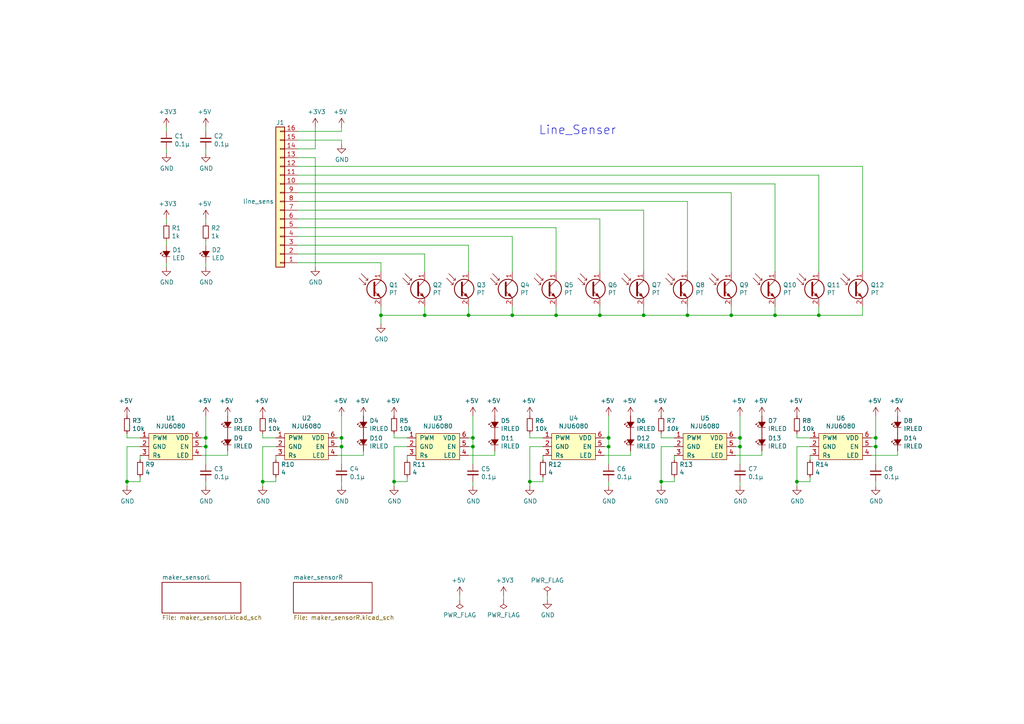
<source format=kicad_sch>
(kicad_sch (version 20211123) (generator eeschema)

  (uuid ecd0d974-276e-4251-934c-69a36e33b8cb)

  (paper "A4")

  (lib_symbols
    (symbol "Connector_Generic:Conn_01x16" (pin_names (offset 1.016) hide) (in_bom yes) (on_board yes)
      (property "Reference" "J" (id 0) (at 0 20.32 0)
        (effects (font (size 1.27 1.27)))
      )
      (property "Value" "Conn_01x16" (id 1) (at 0 -22.86 0)
        (effects (font (size 1.27 1.27)))
      )
      (property "Footprint" "" (id 2) (at 0 0 0)
        (effects (font (size 1.27 1.27)) hide)
      )
      (property "Datasheet" "~" (id 3) (at 0 0 0)
        (effects (font (size 1.27 1.27)) hide)
      )
      (property "ki_keywords" "connector" (id 4) (at 0 0 0)
        (effects (font (size 1.27 1.27)) hide)
      )
      (property "ki_description" "Generic connector, single row, 01x16, script generated (kicad-library-utils/schlib/autogen/connector/)" (id 5) (at 0 0 0)
        (effects (font (size 1.27 1.27)) hide)
      )
      (property "ki_fp_filters" "Connector*:*_1x??_*" (id 6) (at 0 0 0)
        (effects (font (size 1.27 1.27)) hide)
      )
      (symbol "Conn_01x16_1_1"
        (rectangle (start -1.27 -20.193) (end 0 -20.447)
          (stroke (width 0.1524) (type default) (color 0 0 0 0))
          (fill (type none))
        )
        (rectangle (start -1.27 -17.653) (end 0 -17.907)
          (stroke (width 0.1524) (type default) (color 0 0 0 0))
          (fill (type none))
        )
        (rectangle (start -1.27 -15.113) (end 0 -15.367)
          (stroke (width 0.1524) (type default) (color 0 0 0 0))
          (fill (type none))
        )
        (rectangle (start -1.27 -12.573) (end 0 -12.827)
          (stroke (width 0.1524) (type default) (color 0 0 0 0))
          (fill (type none))
        )
        (rectangle (start -1.27 -10.033) (end 0 -10.287)
          (stroke (width 0.1524) (type default) (color 0 0 0 0))
          (fill (type none))
        )
        (rectangle (start -1.27 -7.493) (end 0 -7.747)
          (stroke (width 0.1524) (type default) (color 0 0 0 0))
          (fill (type none))
        )
        (rectangle (start -1.27 -4.953) (end 0 -5.207)
          (stroke (width 0.1524) (type default) (color 0 0 0 0))
          (fill (type none))
        )
        (rectangle (start -1.27 -2.413) (end 0 -2.667)
          (stroke (width 0.1524) (type default) (color 0 0 0 0))
          (fill (type none))
        )
        (rectangle (start -1.27 0.127) (end 0 -0.127)
          (stroke (width 0.1524) (type default) (color 0 0 0 0))
          (fill (type none))
        )
        (rectangle (start -1.27 2.667) (end 0 2.413)
          (stroke (width 0.1524) (type default) (color 0 0 0 0))
          (fill (type none))
        )
        (rectangle (start -1.27 5.207) (end 0 4.953)
          (stroke (width 0.1524) (type default) (color 0 0 0 0))
          (fill (type none))
        )
        (rectangle (start -1.27 7.747) (end 0 7.493)
          (stroke (width 0.1524) (type default) (color 0 0 0 0))
          (fill (type none))
        )
        (rectangle (start -1.27 10.287) (end 0 10.033)
          (stroke (width 0.1524) (type default) (color 0 0 0 0))
          (fill (type none))
        )
        (rectangle (start -1.27 12.827) (end 0 12.573)
          (stroke (width 0.1524) (type default) (color 0 0 0 0))
          (fill (type none))
        )
        (rectangle (start -1.27 15.367) (end 0 15.113)
          (stroke (width 0.1524) (type default) (color 0 0 0 0))
          (fill (type none))
        )
        (rectangle (start -1.27 17.907) (end 0 17.653)
          (stroke (width 0.1524) (type default) (color 0 0 0 0))
          (fill (type none))
        )
        (rectangle (start -1.27 19.05) (end 1.27 -21.59)
          (stroke (width 0.254) (type default) (color 0 0 0 0))
          (fill (type background))
        )
        (pin passive line (at -5.08 17.78 0) (length 3.81)
          (name "Pin_1" (effects (font (size 1.27 1.27))))
          (number "1" (effects (font (size 1.27 1.27))))
        )
        (pin passive line (at -5.08 -5.08 0) (length 3.81)
          (name "Pin_10" (effects (font (size 1.27 1.27))))
          (number "10" (effects (font (size 1.27 1.27))))
        )
        (pin passive line (at -5.08 -7.62 0) (length 3.81)
          (name "Pin_11" (effects (font (size 1.27 1.27))))
          (number "11" (effects (font (size 1.27 1.27))))
        )
        (pin passive line (at -5.08 -10.16 0) (length 3.81)
          (name "Pin_12" (effects (font (size 1.27 1.27))))
          (number "12" (effects (font (size 1.27 1.27))))
        )
        (pin passive line (at -5.08 -12.7 0) (length 3.81)
          (name "Pin_13" (effects (font (size 1.27 1.27))))
          (number "13" (effects (font (size 1.27 1.27))))
        )
        (pin passive line (at -5.08 -15.24 0) (length 3.81)
          (name "Pin_14" (effects (font (size 1.27 1.27))))
          (number "14" (effects (font (size 1.27 1.27))))
        )
        (pin passive line (at -5.08 -17.78 0) (length 3.81)
          (name "Pin_15" (effects (font (size 1.27 1.27))))
          (number "15" (effects (font (size 1.27 1.27))))
        )
        (pin passive line (at -5.08 -20.32 0) (length 3.81)
          (name "Pin_16" (effects (font (size 1.27 1.27))))
          (number "16" (effects (font (size 1.27 1.27))))
        )
        (pin passive line (at -5.08 15.24 0) (length 3.81)
          (name "Pin_2" (effects (font (size 1.27 1.27))))
          (number "2" (effects (font (size 1.27 1.27))))
        )
        (pin passive line (at -5.08 12.7 0) (length 3.81)
          (name "Pin_3" (effects (font (size 1.27 1.27))))
          (number "3" (effects (font (size 1.27 1.27))))
        )
        (pin passive line (at -5.08 10.16 0) (length 3.81)
          (name "Pin_4" (effects (font (size 1.27 1.27))))
          (number "4" (effects (font (size 1.27 1.27))))
        )
        (pin passive line (at -5.08 7.62 0) (length 3.81)
          (name "Pin_5" (effects (font (size 1.27 1.27))))
          (number "5" (effects (font (size 1.27 1.27))))
        )
        (pin passive line (at -5.08 5.08 0) (length 3.81)
          (name "Pin_6" (effects (font (size 1.27 1.27))))
          (number "6" (effects (font (size 1.27 1.27))))
        )
        (pin passive line (at -5.08 2.54 0) (length 3.81)
          (name "Pin_7" (effects (font (size 1.27 1.27))))
          (number "7" (effects (font (size 1.27 1.27))))
        )
        (pin passive line (at -5.08 0 0) (length 3.81)
          (name "Pin_8" (effects (font (size 1.27 1.27))))
          (number "8" (effects (font (size 1.27 1.27))))
        )
        (pin passive line (at -5.08 -2.54 0) (length 3.81)
          (name "Pin_9" (effects (font (size 1.27 1.27))))
          (number "9" (effects (font (size 1.27 1.27))))
        )
      )
    )
    (symbol "Device:C_Small" (pin_numbers hide) (pin_names (offset 0.254) hide) (in_bom yes) (on_board yes)
      (property "Reference" "C" (id 0) (at 0.254 1.778 0)
        (effects (font (size 1.27 1.27)) (justify left))
      )
      (property "Value" "C_Small" (id 1) (at 0.254 -2.032 0)
        (effects (font (size 1.27 1.27)) (justify left))
      )
      (property "Footprint" "" (id 2) (at 0 0 0)
        (effects (font (size 1.27 1.27)) hide)
      )
      (property "Datasheet" "~" (id 3) (at 0 0 0)
        (effects (font (size 1.27 1.27)) hide)
      )
      (property "ki_keywords" "capacitor cap" (id 4) (at 0 0 0)
        (effects (font (size 1.27 1.27)) hide)
      )
      (property "ki_description" "Unpolarized capacitor, small symbol" (id 5) (at 0 0 0)
        (effects (font (size 1.27 1.27)) hide)
      )
      (property "ki_fp_filters" "C_*" (id 6) (at 0 0 0)
        (effects (font (size 1.27 1.27)) hide)
      )
      (symbol "C_Small_0_1"
        (polyline
          (pts
            (xy -1.524 -0.508)
            (xy 1.524 -0.508)
          )
          (stroke (width 0.3302) (type default) (color 0 0 0 0))
          (fill (type none))
        )
        (polyline
          (pts
            (xy -1.524 0.508)
            (xy 1.524 0.508)
          )
          (stroke (width 0.3048) (type default) (color 0 0 0 0))
          (fill (type none))
        )
      )
      (symbol "C_Small_1_1"
        (pin passive line (at 0 2.54 270) (length 2.032)
          (name "~" (effects (font (size 1.27 1.27))))
          (number "1" (effects (font (size 1.27 1.27))))
        )
        (pin passive line (at 0 -2.54 90) (length 2.032)
          (name "~" (effects (font (size 1.27 1.27))))
          (number "2" (effects (font (size 1.27 1.27))))
        )
      )
    )
    (symbol "Device:Q_Photo_NPN_CE" (pin_names (offset 0) hide) (in_bom yes) (on_board yes)
      (property "Reference" "Q" (id 0) (at 5.08 1.27 0)
        (effects (font (size 1.27 1.27)) (justify left))
      )
      (property "Value" "Q_Photo_NPN_CE" (id 1) (at 5.08 -1.27 0)
        (effects (font (size 1.27 1.27)) (justify left))
      )
      (property "Footprint" "" (id 2) (at 5.08 2.54 0)
        (effects (font (size 1.27 1.27)) hide)
      )
      (property "Datasheet" "~" (id 3) (at 0 0 0)
        (effects (font (size 1.27 1.27)) hide)
      )
      (property "ki_keywords" "phototransistor NPN" (id 4) (at 0 0 0)
        (effects (font (size 1.27 1.27)) hide)
      )
      (property "ki_description" "NPN phototransistor, collector/emitter" (id 5) (at 0 0 0)
        (effects (font (size 1.27 1.27)) hide)
      )
      (symbol "Q_Photo_NPN_CE_0_1"
        (polyline
          (pts
            (xy -1.905 1.27)
            (xy -2.54 1.27)
          )
          (stroke (width 0) (type default) (color 0 0 0 0))
          (fill (type none))
        )
        (polyline
          (pts
            (xy -1.27 2.54)
            (xy -1.905 2.54)
          )
          (stroke (width 0) (type default) (color 0 0 0 0))
          (fill (type none))
        )
        (polyline
          (pts
            (xy 0.635 0.635)
            (xy 2.54 2.54)
          )
          (stroke (width 0) (type default) (color 0 0 0 0))
          (fill (type none))
        )
        (polyline
          (pts
            (xy -3.81 3.175)
            (xy -1.905 1.27)
            (xy -1.905 1.905)
          )
          (stroke (width 0) (type default) (color 0 0 0 0))
          (fill (type none))
        )
        (polyline
          (pts
            (xy -3.175 4.445)
            (xy -1.27 2.54)
            (xy -1.27 3.175)
          )
          (stroke (width 0) (type default) (color 0 0 0 0))
          (fill (type none))
        )
        (polyline
          (pts
            (xy 0.635 -0.635)
            (xy 2.54 -2.54)
            (xy 2.54 -2.54)
          )
          (stroke (width 0) (type default) (color 0 0 0 0))
          (fill (type none))
        )
        (polyline
          (pts
            (xy 0.635 1.905)
            (xy 0.635 -1.905)
            (xy 0.635 -1.905)
          )
          (stroke (width 0.508) (type default) (color 0 0 0 0))
          (fill (type none))
        )
        (polyline
          (pts
            (xy 1.27 -1.778)
            (xy 1.778 -1.27)
            (xy 2.286 -2.286)
            (xy 1.27 -1.778)
            (xy 1.27 -1.778)
          )
          (stroke (width 0) (type default) (color 0 0 0 0))
          (fill (type outline))
        )
        (circle (center 1.27 0) (radius 2.8194)
          (stroke (width 0.254) (type default) (color 0 0 0 0))
          (fill (type none))
        )
      )
      (symbol "Q_Photo_NPN_CE_1_1"
        (pin passive line (at 2.54 5.08 270) (length 2.54)
          (name "C" (effects (font (size 1.27 1.27))))
          (number "1" (effects (font (size 1.27 1.27))))
        )
        (pin passive line (at 2.54 -5.08 90) (length 2.54)
          (name "E" (effects (font (size 1.27 1.27))))
          (number "2" (effects (font (size 1.27 1.27))))
        )
      )
    )
    (symbol "Device:R_Small" (pin_numbers hide) (pin_names (offset 0.254) hide) (in_bom yes) (on_board yes)
      (property "Reference" "R" (id 0) (at 0.762 0.508 0)
        (effects (font (size 1.27 1.27)) (justify left))
      )
      (property "Value" "R_Small" (id 1) (at 0.762 -1.016 0)
        (effects (font (size 1.27 1.27)) (justify left))
      )
      (property "Footprint" "" (id 2) (at 0 0 0)
        (effects (font (size 1.27 1.27)) hide)
      )
      (property "Datasheet" "~" (id 3) (at 0 0 0)
        (effects (font (size 1.27 1.27)) hide)
      )
      (property "ki_keywords" "R resistor" (id 4) (at 0 0 0)
        (effects (font (size 1.27 1.27)) hide)
      )
      (property "ki_description" "Resistor, small symbol" (id 5) (at 0 0 0)
        (effects (font (size 1.27 1.27)) hide)
      )
      (property "ki_fp_filters" "R_*" (id 6) (at 0 0 0)
        (effects (font (size 1.27 1.27)) hide)
      )
      (symbol "R_Small_0_1"
        (rectangle (start -0.762 1.778) (end 0.762 -1.778)
          (stroke (width 0.2032) (type default) (color 0 0 0 0))
          (fill (type none))
        )
      )
      (symbol "R_Small_1_1"
        (pin passive line (at 0 2.54 270) (length 0.762)
          (name "~" (effects (font (size 1.27 1.27))))
          (number "1" (effects (font (size 1.27 1.27))))
        )
        (pin passive line (at 0 -2.54 90) (length 0.762)
          (name "~" (effects (font (size 1.27 1.27))))
          (number "2" (effects (font (size 1.27 1.27))))
        )
      )
    )
    (symbol "power:+5V" (power) (pin_names (offset 0)) (in_bom yes) (on_board yes)
      (property "Reference" "#PWR" (id 0) (at 0 -3.81 0)
        (effects (font (size 1.27 1.27)) hide)
      )
      (property "Value" "+5V" (id 1) (at 0 3.556 0)
        (effects (font (size 1.27 1.27)))
      )
      (property "Footprint" "" (id 2) (at 0 0 0)
        (effects (font (size 1.27 1.27)) hide)
      )
      (property "Datasheet" "" (id 3) (at 0 0 0)
        (effects (font (size 1.27 1.27)) hide)
      )
      (property "ki_keywords" "global power" (id 4) (at 0 0 0)
        (effects (font (size 1.27 1.27)) hide)
      )
      (property "ki_description" "Power symbol creates a global label with name \"+5V\"" (id 5) (at 0 0 0)
        (effects (font (size 1.27 1.27)) hide)
      )
      (symbol "+5V_0_1"
        (polyline
          (pts
            (xy -0.762 1.27)
            (xy 0 2.54)
          )
          (stroke (width 0) (type default) (color 0 0 0 0))
          (fill (type none))
        )
        (polyline
          (pts
            (xy 0 0)
            (xy 0 2.54)
          )
          (stroke (width 0) (type default) (color 0 0 0 0))
          (fill (type none))
        )
        (polyline
          (pts
            (xy 0 2.54)
            (xy 0.762 1.27)
          )
          (stroke (width 0) (type default) (color 0 0 0 0))
          (fill (type none))
        )
      )
      (symbol "+5V_1_1"
        (pin power_in line (at 0 0 90) (length 0) hide
          (name "+5V" (effects (font (size 1.27 1.27))))
          (number "1" (effects (font (size 1.27 1.27))))
        )
      )
    )
    (symbol "power:GND" (power) (pin_names (offset 0)) (in_bom yes) (on_board yes)
      (property "Reference" "#PWR" (id 0) (at 0 -6.35 0)
        (effects (font (size 1.27 1.27)) hide)
      )
      (property "Value" "GND" (id 1) (at 0 -3.81 0)
        (effects (font (size 1.27 1.27)))
      )
      (property "Footprint" "" (id 2) (at 0 0 0)
        (effects (font (size 1.27 1.27)) hide)
      )
      (property "Datasheet" "" (id 3) (at 0 0 0)
        (effects (font (size 1.27 1.27)) hide)
      )
      (property "ki_keywords" "global power" (id 4) (at 0 0 0)
        (effects (font (size 1.27 1.27)) hide)
      )
      (property "ki_description" "Power symbol creates a global label with name \"GND\" , ground" (id 5) (at 0 0 0)
        (effects (font (size 1.27 1.27)) hide)
      )
      (symbol "GND_0_1"
        (polyline
          (pts
            (xy 0 0)
            (xy 0 -1.27)
            (xy 1.27 -1.27)
            (xy 0 -2.54)
            (xy -1.27 -1.27)
            (xy 0 -1.27)
          )
          (stroke (width 0) (type default) (color 0 0 0 0))
          (fill (type none))
        )
      )
      (symbol "GND_1_1"
        (pin power_in line (at 0 0 270) (length 0) hide
          (name "GND" (effects (font (size 1.27 1.27))))
          (number "1" (effects (font (size 1.27 1.27))))
        )
      )
    )
    (symbol "power:PWR_FLAG" (power) (pin_numbers hide) (pin_names (offset 0) hide) (in_bom yes) (on_board yes)
      (property "Reference" "#FLG" (id 0) (at 0 1.905 0)
        (effects (font (size 1.27 1.27)) hide)
      )
      (property "Value" "PWR_FLAG" (id 1) (at 0 3.81 0)
        (effects (font (size 1.27 1.27)))
      )
      (property "Footprint" "" (id 2) (at 0 0 0)
        (effects (font (size 1.27 1.27)) hide)
      )
      (property "Datasheet" "~" (id 3) (at 0 0 0)
        (effects (font (size 1.27 1.27)) hide)
      )
      (property "ki_keywords" "flag power" (id 4) (at 0 0 0)
        (effects (font (size 1.27 1.27)) hide)
      )
      (property "ki_description" "Special symbol for telling ERC where power comes from" (id 5) (at 0 0 0)
        (effects (font (size 1.27 1.27)) hide)
      )
      (symbol "PWR_FLAG_0_0"
        (pin power_out line (at 0 0 90) (length 0)
          (name "pwr" (effects (font (size 1.27 1.27))))
          (number "1" (effects (font (size 1.27 1.27))))
        )
      )
      (symbol "PWR_FLAG_0_1"
        (polyline
          (pts
            (xy 0 0)
            (xy 0 1.27)
            (xy -1.016 1.905)
            (xy 0 2.54)
            (xy 1.016 1.905)
            (xy 0 1.27)
          )
          (stroke (width 0) (type default) (color 0 0 0 0))
          (fill (type none))
        )
      )
    )
    (symbol "robotrace_sensorV4-rescue:+3.3V-power" (power) (pin_names (offset 0)) (in_bom yes) (on_board yes)
      (property "Reference" "#PWR" (id 0) (at 0 -3.81 0)
        (effects (font (size 1.27 1.27)) hide)
      )
      (property "Value" "+3.3V-power" (id 1) (at 0 3.556 0)
        (effects (font (size 1.27 1.27)))
      )
      (property "Footprint" "" (id 2) (at 0 0 0)
        (effects (font (size 1.27 1.27)) hide)
      )
      (property "Datasheet" "" (id 3) (at 0 0 0)
        (effects (font (size 1.27 1.27)) hide)
      )
      (symbol "+3.3V-power_0_1"
        (polyline
          (pts
            (xy -0.762 1.27)
            (xy 0 2.54)
          )
          (stroke (width 0) (type default) (color 0 0 0 0))
          (fill (type none))
        )
        (polyline
          (pts
            (xy 0 0)
            (xy 0 2.54)
          )
          (stroke (width 0) (type default) (color 0 0 0 0))
          (fill (type none))
        )
        (polyline
          (pts
            (xy 0 2.54)
            (xy 0.762 1.27)
          )
          (stroke (width 0) (type default) (color 0 0 0 0))
          (fill (type none))
        )
      )
      (symbol "+3.3V-power_1_1"
        (pin power_in line (at 0 0 90) (length 0) hide
          (name "+3V3" (effects (font (size 1.27 1.27))))
          (number "1" (effects (font (size 1.27 1.27))))
        )
      )
    )
    (symbol "robotrace_sensorV4-rescue:LED_Small_ALT-Device" (pin_numbers hide) (pin_names (offset 0.254) hide) (in_bom yes) (on_board yes)
      (property "Reference" "D" (id 0) (at -1.27 3.175 0)
        (effects (font (size 1.27 1.27)) (justify left))
      )
      (property "Value" "LED_Small_ALT-Device" (id 1) (at -4.445 -2.54 0)
        (effects (font (size 1.27 1.27)) (justify left))
      )
      (property "Footprint" "" (id 2) (at 0 0 90)
        (effects (font (size 1.27 1.27)) hide)
      )
      (property "Datasheet" "" (id 3) (at 0 0 90)
        (effects (font (size 1.27 1.27)) hide)
      )
      (property "ki_fp_filters" "LED* LED_SMD:* LED_THT:*" (id 4) (at 0 0 0)
        (effects (font (size 1.27 1.27)) hide)
      )
      (symbol "LED_Small_ALT-Device_0_1"
        (polyline
          (pts
            (xy -0.762 -1.016)
            (xy -0.762 1.016)
          )
          (stroke (width 0) (type default) (color 0 0 0 0))
          (fill (type none))
        )
        (polyline
          (pts
            (xy 1.016 0)
            (xy -0.762 0)
          )
          (stroke (width 0) (type default) (color 0 0 0 0))
          (fill (type none))
        )
        (polyline
          (pts
            (xy 0.762 -1.016)
            (xy -0.762 0)
            (xy 0.762 1.016)
            (xy 0.762 -1.016)
          )
          (stroke (width 0) (type default) (color 0 0 0 0))
          (fill (type outline))
        )
        (polyline
          (pts
            (xy 0 0.762)
            (xy -0.508 1.27)
            (xy -0.254 1.27)
            (xy -0.508 1.27)
            (xy -0.508 1.016)
          )
          (stroke (width 0) (type default) (color 0 0 0 0))
          (fill (type none))
        )
        (polyline
          (pts
            (xy 0.508 1.27)
            (xy 0 1.778)
            (xy 0.254 1.778)
            (xy 0 1.778)
            (xy 0 1.524)
          )
          (stroke (width 0) (type default) (color 0 0 0 0))
          (fill (type none))
        )
      )
      (symbol "LED_Small_ALT-Device_1_1"
        (pin passive line (at -2.54 0 0) (length 1.778)
          (name "K" (effects (font (size 1.27 1.27))))
          (number "1" (effects (font (size 1.27 1.27))))
        )
        (pin passive line (at 2.54 0 180) (length 1.778)
          (name "A" (effects (font (size 1.27 1.27))))
          (number "2" (effects (font (size 1.27 1.27))))
        )
      )
    )
    (symbol "robotrace_sensorV4-rescue:NJU6080-mylib" (pin_names (offset 1.016)) (in_bom yes) (on_board yes)
      (property "Reference" "U" (id 0) (at 0 7.62 0)
        (effects (font (size 1.27 1.27)))
      )
      (property "Value" "NJU6080-mylib" (id 1) (at 0 5.08 0)
        (effects (font (size 1.27 1.27)))
      )
      (property "Footprint" "" (id 2) (at 0 1.27 0)
        (effects (font (size 1.27 1.27)) hide)
      )
      (property "Datasheet" "" (id 3) (at 0 1.27 0)
        (effects (font (size 1.27 1.27)) hide)
      )
      (symbol "NJU6080-mylib_0_1"
        (rectangle (start -6.35 3.81) (end 6.35 -3.81)
          (stroke (width 0) (type default) (color 0 0 0 0))
          (fill (type background))
        )
      )
      (symbol "NJU6080-mylib_1_1"
        (pin passive line (at -8.89 2.54 0) (length 2.54)
          (name "PWM" (effects (font (size 1.27 1.27))))
          (number "1" (effects (font (size 1.27 1.27))))
        )
        (pin power_in line (at -8.89 0 0) (length 2.54)
          (name "GND" (effects (font (size 1.27 1.27))))
          (number "2" (effects (font (size 1.27 1.27))))
        )
        (pin passive line (at -8.89 -2.54 0) (length 2.54)
          (name "Rs" (effects (font (size 1.27 1.27))))
          (number "3" (effects (font (size 1.27 1.27))))
        )
        (pin passive line (at 8.89 -2.54 180) (length 2.54)
          (name "LED" (effects (font (size 1.27 1.27))))
          (number "4" (effects (font (size 1.27 1.27))))
        )
        (pin passive line (at 8.89 0 180) (length 2.54)
          (name "EN" (effects (font (size 1.27 1.27))))
          (number "5" (effects (font (size 1.27 1.27))))
        )
        (pin passive line (at 8.89 2.54 180) (length 2.54)
          (name "VDD" (effects (font (size 1.27 1.27))))
          (number "6" (effects (font (size 1.27 1.27))))
        )
      )
    )
  )

  (junction (at 254 129.54) (diameter 0) (color 0 0 0 0)
    (uuid 039c68de-e9c6-4455-b0e1-e1245095f4a9)
  )
  (junction (at 114.3 139.7) (diameter 0) (color 0 0 0 0)
    (uuid 094e9a70-de9c-4b46-a9cb-33ea9a5fc0d0)
  )
  (junction (at 99.06 127) (diameter 0) (color 0 0 0 0)
    (uuid 0e3a5ee1-171d-40ca-9318-fc6d60c57dd3)
  )
  (junction (at 212.09 91.44) (diameter 0) (color 0 0 0 0)
    (uuid 1b9c96b4-a745-4696-bcb2-e9c1494dba42)
  )
  (junction (at 224.79 91.44) (diameter 0) (color 0 0 0 0)
    (uuid 1c02cce0-542c-40f3-beed-3f81ff2ab541)
  )
  (junction (at 135.89 91.44) (diameter 0) (color 0 0 0 0)
    (uuid 1c41584e-476b-425d-a813-70c5fcc89c1b)
  )
  (junction (at 59.69 127) (diameter 0) (color 0 0 0 0)
    (uuid 1d9c5c52-5c85-4833-b892-3d04225a22f1)
  )
  (junction (at 186.69 91.44) (diameter 0) (color 0 0 0 0)
    (uuid 2c8bd26a-05fb-4d0b-9a3d-b2c5234c7966)
  )
  (junction (at 237.49 91.44) (diameter 0) (color 0 0 0 0)
    (uuid 2d19f2c0-5e87-4a48-98d8-c943110dcb8a)
  )
  (junction (at 99.06 129.54) (diameter 0) (color 0 0 0 0)
    (uuid 412c737d-4b7c-4d79-b3c6-9b50f8e09b76)
  )
  (junction (at 137.16 129.54) (diameter 0) (color 0 0 0 0)
    (uuid 418ca7cf-8320-4c11-9edc-610e94f281c8)
  )
  (junction (at 214.63 129.54) (diameter 0) (color 0 0 0 0)
    (uuid 58cb2252-924c-49ef-8398-da74144ee21b)
  )
  (junction (at 231.14 139.7) (diameter 0) (color 0 0 0 0)
    (uuid 58e7615d-4a48-4ffc-885f-16ef642434f5)
  )
  (junction (at 36.83 139.7) (diameter 0) (color 0 0 0 0)
    (uuid 5a6b421a-e9c4-4e99-baf5-f87bdaa14dbc)
  )
  (junction (at 153.67 139.7) (diameter 0) (color 0 0 0 0)
    (uuid 6010747c-76a3-4ee7-83d9-503448a2cfbc)
  )
  (junction (at 173.99 91.44) (diameter 0) (color 0 0 0 0)
    (uuid 69ad48f3-cac3-4512-a045-6f1e46eb4cb0)
  )
  (junction (at 123.19 91.44) (diameter 0) (color 0 0 0 0)
    (uuid 7dfb86db-44f1-4777-9dae-a44f4047d122)
  )
  (junction (at 148.59 91.44) (diameter 0) (color 0 0 0 0)
    (uuid 7e8d5559-f982-4947-9b5e-8a04f11fc919)
  )
  (junction (at 199.39 91.44) (diameter 0) (color 0 0 0 0)
    (uuid 9155dfc6-950a-49c1-a167-0e2c9c55bc32)
  )
  (junction (at 176.53 127) (diameter 0) (color 0 0 0 0)
    (uuid 956a0823-4302-4dd2-8fb2-3e7357a8b1ca)
  )
  (junction (at 161.29 91.44) (diameter 0) (color 0 0 0 0)
    (uuid 9ef9de26-3e85-465a-b9c4-445f4c40463b)
  )
  (junction (at 254 127) (diameter 0) (color 0 0 0 0)
    (uuid a9835832-a2d8-4811-b5bb-f55e91bc5231)
  )
  (junction (at 137.16 127) (diameter 0) (color 0 0 0 0)
    (uuid d349d631-175e-4d86-bdd0-eb218b805fd6)
  )
  (junction (at 110.49 91.44) (diameter 0) (color 0 0 0 0)
    (uuid da5b6089-1cbf-4a03-a513-db883ef584f0)
  )
  (junction (at 59.69 129.54) (diameter 0) (color 0 0 0 0)
    (uuid e0a5e28a-6ccc-4ca2-b45e-f18caf77dce3)
  )
  (junction (at 214.63 127) (diameter 0) (color 0 0 0 0)
    (uuid e5c74f8e-fc4d-419c-b1b2-4336957c6df9)
  )
  (junction (at 191.77 139.7) (diameter 0) (color 0 0 0 0)
    (uuid ef4d28a5-096d-4e5f-a3b6-f5fb65c20d5b)
  )
  (junction (at 76.2 139.7) (diameter 0) (color 0 0 0 0)
    (uuid f6a43515-983f-4bb8-bf7d-c6346d1351ef)
  )
  (junction (at 176.53 129.54) (diameter 0) (color 0 0 0 0)
    (uuid f8203b94-a670-432f-886d-c52a79f76a63)
  )

  (wire (pts (xy 231.14 139.7) (xy 231.14 129.54))
    (stroke (width 0) (type default) (color 0 0 0 0))
    (uuid 016a1abd-4d1c-409f-9e44-0e1ae23467b5)
  )
  (wire (pts (xy 40.64 127) (xy 36.83 127))
    (stroke (width 0) (type default) (color 0 0 0 0))
    (uuid 0479ec0e-e6b1-466a-bb17-e22cbfe599f8)
  )
  (wire (pts (xy 214.63 120.65) (xy 214.63 127))
    (stroke (width 0) (type default) (color 0 0 0 0))
    (uuid 04e0da90-36c2-4d8a-80e4-37fa7bf3206d)
  )
  (wire (pts (xy 99.06 127) (xy 97.79 127))
    (stroke (width 0) (type default) (color 0 0 0 0))
    (uuid 071dcc64-a313-4eca-aa73-8682c7f004e5)
  )
  (wire (pts (xy 231.14 127) (xy 231.14 125.73))
    (stroke (width 0) (type default) (color 0 0 0 0))
    (uuid 074407de-09c8-47b4-98dd-4bf844666488)
  )
  (wire (pts (xy 199.39 58.42) (xy 199.39 78.74))
    (stroke (width 0) (type default) (color 0 0 0 0))
    (uuid 0803745b-a972-43cf-8365-b6d3ef8a255c)
  )
  (wire (pts (xy 237.49 91.44) (xy 250.19 91.44))
    (stroke (width 0) (type default) (color 0 0 0 0))
    (uuid 08f7d318-48c6-4e79-affe-a70e512141c9)
  )
  (wire (pts (xy 195.58 139.7) (xy 191.77 139.7))
    (stroke (width 0) (type default) (color 0 0 0 0))
    (uuid 096ea719-5097-4127-bedd-499ca24a896e)
  )
  (wire (pts (xy 114.3 139.7) (xy 114.3 129.54))
    (stroke (width 0) (type default) (color 0 0 0 0))
    (uuid 0cabcab6-c1c3-4998-bc48-0ce1b9b5dda5)
  )
  (wire (pts (xy 214.63 129.54) (xy 214.63 134.62))
    (stroke (width 0) (type default) (color 0 0 0 0))
    (uuid 0dd1fb4f-abc7-4b45-a370-4a2564db9f37)
  )
  (wire (pts (xy 97.79 132.08) (xy 105.41 132.08))
    (stroke (width 0) (type default) (color 0 0 0 0))
    (uuid 0e636692-463c-403c-a34c-88f2e22e6511)
  )
  (wire (pts (xy 199.39 88.9) (xy 199.39 91.44))
    (stroke (width 0) (type default) (color 0 0 0 0))
    (uuid 0e6781d2-14e7-4987-b190-99d0185ae2f6)
  )
  (wire (pts (xy 99.06 129.54) (xy 97.79 129.54))
    (stroke (width 0) (type default) (color 0 0 0 0))
    (uuid 0ec9c8ac-1264-4955-8a06-3351372cb00e)
  )
  (wire (pts (xy 212.09 55.88) (xy 86.36 55.88))
    (stroke (width 0) (type default) (color 0 0 0 0))
    (uuid 0f045504-fb60-460d-bfe2-9ca63d5ccb79)
  )
  (wire (pts (xy 59.69 120.65) (xy 59.69 127))
    (stroke (width 0) (type default) (color 0 0 0 0))
    (uuid 11f2db96-b0d3-4db2-a3aa-28de2c4d3204)
  )
  (wire (pts (xy 59.69 129.54) (xy 58.42 129.54))
    (stroke (width 0) (type default) (color 0 0 0 0))
    (uuid 13a03df0-7e2f-4c17-990a-cb1ee520b5db)
  )
  (wire (pts (xy 234.95 127) (xy 231.14 127))
    (stroke (width 0) (type default) (color 0 0 0 0))
    (uuid 13c53b00-3061-4452-8ee9-f70dda31200f)
  )
  (wire (pts (xy 133.35 172.72) (xy 133.35 173.99))
    (stroke (width 0) (type default) (color 0 0 0 0))
    (uuid 18106088-1d46-45f9-852c-713c0c266a72)
  )
  (wire (pts (xy 158.75 173.99) (xy 158.75 172.72))
    (stroke (width 0) (type default) (color 0 0 0 0))
    (uuid 182da4d0-ff04-4c48-a485-8223771fe44a)
  )
  (wire (pts (xy 254 127) (xy 254 129.54))
    (stroke (width 0) (type default) (color 0 0 0 0))
    (uuid 1c4eee04-b4d8-4be6-9469-b2936c35cbca)
  )
  (wire (pts (xy 86.36 45.72) (xy 91.44 45.72))
    (stroke (width 0) (type default) (color 0 0 0 0))
    (uuid 1c50a00a-5087-403d-8b5f-5d6c79345bb5)
  )
  (wire (pts (xy 59.69 44.45) (xy 59.69 43.18))
    (stroke (width 0) (type default) (color 0 0 0 0))
    (uuid 1e72b8de-ab56-49e2-8003-2eedc39e0360)
  )
  (wire (pts (xy 173.99 63.5) (xy 173.99 78.74))
    (stroke (width 0) (type default) (color 0 0 0 0))
    (uuid 20304e45-8cb5-44fc-8d6e-094b32753600)
  )
  (wire (pts (xy 59.69 140.97) (xy 59.69 139.7))
    (stroke (width 0) (type default) (color 0 0 0 0))
    (uuid 214e7603-946c-4e78-9f28-bdfb3415d625)
  )
  (wire (pts (xy 118.11 127) (xy 114.3 127))
    (stroke (width 0) (type default) (color 0 0 0 0))
    (uuid 21dfeb9a-d42c-410a-b607-7c18de6a8da2)
  )
  (wire (pts (xy 254 127) (xy 252.73 127))
    (stroke (width 0) (type default) (color 0 0 0 0))
    (uuid 2449f380-ed76-45ea-9956-2999951df634)
  )
  (wire (pts (xy 48.26 76.2) (xy 48.26 77.47))
    (stroke (width 0) (type default) (color 0 0 0 0))
    (uuid 24dfcb9c-b40a-4447-aa6c-fcaa50b686d1)
  )
  (wire (pts (xy 135.89 132.08) (xy 143.51 132.08))
    (stroke (width 0) (type default) (color 0 0 0 0))
    (uuid 27908a6c-22c3-4023-a126-708a677b9a79)
  )
  (wire (pts (xy 76.2 129.54) (xy 80.01 129.54))
    (stroke (width 0) (type default) (color 0 0 0 0))
    (uuid 27950076-031c-48fe-a070-81cf98d22c87)
  )
  (wire (pts (xy 135.89 91.44) (xy 148.59 91.44))
    (stroke (width 0) (type default) (color 0 0 0 0))
    (uuid 2bf4d29a-e35d-4dc6-bdb7-52c4b988afa2)
  )
  (wire (pts (xy 214.63 127) (xy 214.63 129.54))
    (stroke (width 0) (type default) (color 0 0 0 0))
    (uuid 2e8c87b7-78cb-4b0a-bac1-93b0f38f712b)
  )
  (wire (pts (xy 176.53 120.65) (xy 176.53 127))
    (stroke (width 0) (type default) (color 0 0 0 0))
    (uuid 2f6be05f-de76-43ba-8722-e3300e4f3302)
  )
  (wire (pts (xy 110.49 91.44) (xy 110.49 93.98))
    (stroke (width 0) (type default) (color 0 0 0 0))
    (uuid 33b5473c-ba0b-4f62-b7a9-99e91fe9f12d)
  )
  (wire (pts (xy 36.83 139.7) (xy 36.83 129.54))
    (stroke (width 0) (type default) (color 0 0 0 0))
    (uuid 363309ad-b0b0-4273-a79b-11810c7fd6ed)
  )
  (wire (pts (xy 234.95 132.08) (xy 234.95 133.35))
    (stroke (width 0) (type default) (color 0 0 0 0))
    (uuid 370440ea-009a-4e06-afca-ba8a5cc155eb)
  )
  (wire (pts (xy 250.19 88.9) (xy 250.19 91.44))
    (stroke (width 0) (type default) (color 0 0 0 0))
    (uuid 37aef6cd-acc3-45af-9fef-dd1d584011f0)
  )
  (wire (pts (xy 157.48 132.08) (xy 157.48 133.35))
    (stroke (width 0) (type default) (color 0 0 0 0))
    (uuid 38c376dc-6871-442d-8bd0-2ec82a72bc98)
  )
  (wire (pts (xy 86.36 76.2) (xy 110.49 76.2))
    (stroke (width 0) (type default) (color 0 0 0 0))
    (uuid 38f8a057-6e51-49ea-9e73-c267bcf1ed2b)
  )
  (wire (pts (xy 234.95 139.7) (xy 231.14 139.7))
    (stroke (width 0) (type default) (color 0 0 0 0))
    (uuid 394b783f-c0d5-49be-914b-e5f23cf713b4)
  )
  (wire (pts (xy 157.48 127) (xy 153.67 127))
    (stroke (width 0) (type default) (color 0 0 0 0))
    (uuid 3a45a734-332b-4f30-8304-15cd33cd132d)
  )
  (wire (pts (xy 110.49 76.2) (xy 110.49 78.74))
    (stroke (width 0) (type default) (color 0 0 0 0))
    (uuid 3a8dcdfa-095a-406a-bec6-35ed06bb7e64)
  )
  (wire (pts (xy 237.49 88.9) (xy 237.49 91.44))
    (stroke (width 0) (type default) (color 0 0 0 0))
    (uuid 3b35929b-643f-4163-9c59-e584504a253e)
  )
  (wire (pts (xy 212.09 88.9) (xy 212.09 91.44))
    (stroke (width 0) (type default) (color 0 0 0 0))
    (uuid 3f05ba34-df51-4fb7-ae69-9a033f670b63)
  )
  (wire (pts (xy 161.29 88.9) (xy 161.29 91.44))
    (stroke (width 0) (type default) (color 0 0 0 0))
    (uuid 3f6ba1cf-1099-4b6c-ac1c-db15d62d0261)
  )
  (wire (pts (xy 123.19 73.66) (xy 86.36 73.66))
    (stroke (width 0) (type default) (color 0 0 0 0))
    (uuid 41533bac-e7d2-4f53-83f8-29438e453e9f)
  )
  (wire (pts (xy 191.77 127) (xy 191.77 125.73))
    (stroke (width 0) (type default) (color 0 0 0 0))
    (uuid 43921785-7ecc-44d7-b3dc-a70cae14fb9a)
  )
  (wire (pts (xy 99.06 140.97) (xy 99.06 139.7))
    (stroke (width 0) (type default) (color 0 0 0 0))
    (uuid 44f003e1-c152-43f1-81ec-7c915b6733bf)
  )
  (wire (pts (xy 99.06 127) (xy 99.06 129.54))
    (stroke (width 0) (type default) (color 0 0 0 0))
    (uuid 46aa8bbd-6e08-4664-a4da-5c6f062b53f5)
  )
  (wire (pts (xy 175.26 132.08) (xy 182.88 132.08))
    (stroke (width 0) (type default) (color 0 0 0 0))
    (uuid 4ab59fce-fe67-4e61-9515-e185e249a833)
  )
  (wire (pts (xy 58.42 132.08) (xy 66.04 132.08))
    (stroke (width 0) (type default) (color 0 0 0 0))
    (uuid 4af8edba-1c8c-4cc4-8cc4-ae1f54beb89d)
  )
  (wire (pts (xy 214.63 129.54) (xy 213.36 129.54))
    (stroke (width 0) (type default) (color 0 0 0 0))
    (uuid 4f33a5af-a504-4db7-8967-697f9d49347d)
  )
  (wire (pts (xy 86.36 40.64) (xy 99.06 40.64))
    (stroke (width 0) (type default) (color 0 0 0 0))
    (uuid 4f79f97d-89b6-4911-9cf6-2777e018a946)
  )
  (wire (pts (xy 220.98 130.81) (xy 220.98 132.08))
    (stroke (width 0) (type default) (color 0 0 0 0))
    (uuid 51f8a227-c0a4-4555-a528-a443fcc0d6a7)
  )
  (wire (pts (xy 224.79 88.9) (xy 224.79 91.44))
    (stroke (width 0) (type default) (color 0 0 0 0))
    (uuid 52bd048b-1146-4ac7-97a0-88cdc3610956)
  )
  (wire (pts (xy 105.41 130.81) (xy 105.41 132.08))
    (stroke (width 0) (type default) (color 0 0 0 0))
    (uuid 535317de-57fb-4e7d-8c9e-2d85224a1f41)
  )
  (wire (pts (xy 176.53 129.54) (xy 176.53 134.62))
    (stroke (width 0) (type default) (color 0 0 0 0))
    (uuid 552a2208-5b1f-4c25-9b51-3f70bf77e6f0)
  )
  (wire (pts (xy 118.11 132.08) (xy 118.11 133.35))
    (stroke (width 0) (type default) (color 0 0 0 0))
    (uuid 5894f9a2-f106-402d-8e5a-3f0ccc0fb3e8)
  )
  (wire (pts (xy 231.14 140.97) (xy 231.14 139.7))
    (stroke (width 0) (type default) (color 0 0 0 0))
    (uuid 5b5a9337-d2de-490c-98e1-1023641a25f9)
  )
  (wire (pts (xy 40.64 138.43) (xy 40.64 139.7))
    (stroke (width 0) (type default) (color 0 0 0 0))
    (uuid 5b64280e-de10-4f62-907c-6d80e8ee53f4)
  )
  (wire (pts (xy 91.44 36.83) (xy 91.44 43.18))
    (stroke (width 0) (type default) (color 0 0 0 0))
    (uuid 5c97e0f8-b509-4f84-a41d-6c515cd3a4b7)
  )
  (wire (pts (xy 80.01 139.7) (xy 76.2 139.7))
    (stroke (width 0) (type default) (color 0 0 0 0))
    (uuid 5d9bc967-8cea-4057-842c-a648b0f38791)
  )
  (wire (pts (xy 176.53 129.54) (xy 175.26 129.54))
    (stroke (width 0) (type default) (color 0 0 0 0))
    (uuid 5fae110c-d8c0-46f1-b35c-ef23518aebd2)
  )
  (wire (pts (xy 48.26 71.12) (xy 48.26 69.85))
    (stroke (width 0) (type default) (color 0 0 0 0))
    (uuid 5fb923e3-0bb5-440e-b1cb-83d99486997c)
  )
  (wire (pts (xy 173.99 88.9) (xy 173.99 91.44))
    (stroke (width 0) (type default) (color 0 0 0 0))
    (uuid 606b434d-8f72-4fea-8718-548198671d78)
  )
  (wire (pts (xy 59.69 127) (xy 58.42 127))
    (stroke (width 0) (type default) (color 0 0 0 0))
    (uuid 646d9e39-3c1f-40c0-a377-0a595af78561)
  )
  (wire (pts (xy 40.64 132.08) (xy 40.64 133.35))
    (stroke (width 0) (type default) (color 0 0 0 0))
    (uuid 6665733d-94ba-437c-b841-575342611abf)
  )
  (wire (pts (xy 195.58 138.43) (xy 195.58 139.7))
    (stroke (width 0) (type default) (color 0 0 0 0))
    (uuid 666e0c61-f266-4a86-bdab-8279fa4fcb28)
  )
  (wire (pts (xy 48.26 43.18) (xy 48.26 44.45))
    (stroke (width 0) (type default) (color 0 0 0 0))
    (uuid 68d3f9f6-301f-42ae-910f-cb7c75bd90ca)
  )
  (wire (pts (xy 36.83 140.97) (xy 36.83 139.7))
    (stroke (width 0) (type default) (color 0 0 0 0))
    (uuid 69fa75c1-ddec-486b-b172-cb627f247947)
  )
  (wire (pts (xy 137.16 129.54) (xy 137.16 134.62))
    (stroke (width 0) (type default) (color 0 0 0 0))
    (uuid 6b03d86b-dc60-47fe-a879-aa6fddf8a0f6)
  )
  (wire (pts (xy 254 120.65) (xy 254 127))
    (stroke (width 0) (type default) (color 0 0 0 0))
    (uuid 6b3dfb04-065c-4b5c-ba49-c06ef8534d33)
  )
  (wire (pts (xy 254 140.97) (xy 254 139.7))
    (stroke (width 0) (type default) (color 0 0 0 0))
    (uuid 6bb5eb20-d84e-4275-9a28-39c55bcab3fe)
  )
  (wire (pts (xy 224.79 53.34) (xy 224.79 78.74))
    (stroke (width 0) (type default) (color 0 0 0 0))
    (uuid 6ccd0892-2c20-48cd-b882-a108851d4781)
  )
  (wire (pts (xy 110.49 88.9) (xy 110.49 91.44))
    (stroke (width 0) (type default) (color 0 0 0 0))
    (uuid 6f561dc2-df14-4494-b108-858d80f4e252)
  )
  (wire (pts (xy 213.36 132.08) (xy 220.98 132.08))
    (stroke (width 0) (type default) (color 0 0 0 0))
    (uuid 70968450-d88c-4dc1-87c0-98efc68c1f45)
  )
  (wire (pts (xy 91.44 77.47) (xy 91.44 45.72))
    (stroke (width 0) (type default) (color 0 0 0 0))
    (uuid 71b48a64-4b9a-4328-9a99-10339d2ac4f5)
  )
  (wire (pts (xy 146.05 172.72) (xy 146.05 173.99))
    (stroke (width 0) (type default) (color 0 0 0 0))
    (uuid 749a7964-6cf3-402c-b1a3-edb18a9d5820)
  )
  (wire (pts (xy 148.59 88.9) (xy 148.59 91.44))
    (stroke (width 0) (type default) (color 0 0 0 0))
    (uuid 75a2dcff-8a23-446b-b863-2c08c74ea4c7)
  )
  (wire (pts (xy 214.63 127) (xy 213.36 127))
    (stroke (width 0) (type default) (color 0 0 0 0))
    (uuid 7600c685-d0cd-4e76-b877-4fd5b587dcd2)
  )
  (wire (pts (xy 99.06 120.65) (xy 99.06 127))
    (stroke (width 0) (type default) (color 0 0 0 0))
    (uuid 76d418e5-4cef-4aff-a60a-9af320f6758b)
  )
  (wire (pts (xy 186.69 91.44) (xy 199.39 91.44))
    (stroke (width 0) (type default) (color 0 0 0 0))
    (uuid 779a8a15-fcaa-483d-8bcb-c8200f79d430)
  )
  (wire (pts (xy 186.69 78.74) (xy 186.69 60.96))
    (stroke (width 0) (type default) (color 0 0 0 0))
    (uuid 77f6b733-08c5-4432-b190-7179f2ecb02c)
  )
  (wire (pts (xy 123.19 78.74) (xy 123.19 73.66))
    (stroke (width 0) (type default) (color 0 0 0 0))
    (uuid 7a71a168-bd0c-4628-ada7-7840530dd58f)
  )
  (wire (pts (xy 86.36 66.04) (xy 161.29 66.04))
    (stroke (width 0) (type default) (color 0 0 0 0))
    (uuid 7d885e3d-1a96-4df5-8a21-baa42fa92535)
  )
  (wire (pts (xy 254 129.54) (xy 254 134.62))
    (stroke (width 0) (type default) (color 0 0 0 0))
    (uuid 7e1c3691-fd67-4f90-b10c-9a95d68820be)
  )
  (wire (pts (xy 176.53 140.97) (xy 176.53 139.7))
    (stroke (width 0) (type default) (color 0 0 0 0))
    (uuid 7f4dffe6-4607-4f0c-8064-34c887924245)
  )
  (wire (pts (xy 237.49 78.74) (xy 237.49 50.8))
    (stroke (width 0) (type default) (color 0 0 0 0))
    (uuid 81aee169-29e4-4ccd-b2a5-7e90242a55ea)
  )
  (wire (pts (xy 118.11 139.7) (xy 114.3 139.7))
    (stroke (width 0) (type default) (color 0 0 0 0))
    (uuid 82f57f80-4c11-4428-890b-24a1113eea06)
  )
  (wire (pts (xy 191.77 129.54) (xy 195.58 129.54))
    (stroke (width 0) (type default) (color 0 0 0 0))
    (uuid 85019c07-bc70-48b2-833f-27fb3c8d493a)
  )
  (wire (pts (xy 237.49 50.8) (xy 86.36 50.8))
    (stroke (width 0) (type default) (color 0 0 0 0))
    (uuid 8664824d-3ec5-408c-ae4c-5c20f40f6541)
  )
  (wire (pts (xy 40.64 139.7) (xy 36.83 139.7))
    (stroke (width 0) (type default) (color 0 0 0 0))
    (uuid 878a4ed6-0a1e-4f72-bc47-8816233aa40c)
  )
  (wire (pts (xy 59.69 69.85) (xy 59.69 71.12))
    (stroke (width 0) (type default) (color 0 0 0 0))
    (uuid 89f584a7-21fd-4e0e-b8a1-8327ebf2c3ba)
  )
  (wire (pts (xy 148.59 68.58) (xy 86.36 68.58))
    (stroke (width 0) (type default) (color 0 0 0 0))
    (uuid 8a7da743-247d-409e-8be5-1a9fb1a77e8d)
  )
  (wire (pts (xy 191.77 139.7) (xy 191.77 129.54))
    (stroke (width 0) (type default) (color 0 0 0 0))
    (uuid 8ca9b5b1-c8e0-4f77-9f2c-e157e9afd0f8)
  )
  (wire (pts (xy 86.36 71.12) (xy 135.89 71.12))
    (stroke (width 0) (type default) (color 0 0 0 0))
    (uuid 8de5027b-ede4-4629-b86d-3832c9ecadea)
  )
  (wire (pts (xy 76.2 139.7) (xy 76.2 129.54))
    (stroke (width 0) (type default) (color 0 0 0 0))
    (uuid 8e62df30-5680-4033-86bd-887224ef3826)
  )
  (wire (pts (xy 153.67 127) (xy 153.67 125.73))
    (stroke (width 0) (type default) (color 0 0 0 0))
    (uuid 929fc815-5f87-4336-b5a8-793038509344)
  )
  (wire (pts (xy 252.73 132.08) (xy 260.35 132.08))
    (stroke (width 0) (type default) (color 0 0 0 0))
    (uuid 939d6250-5fe6-453a-876a-6922e9f13f28)
  )
  (wire (pts (xy 36.83 127) (xy 36.83 125.73))
    (stroke (width 0) (type default) (color 0 0 0 0))
    (uuid 94de89a5-3027-45e3-95bf-ab86ea0e8a49)
  )
  (wire (pts (xy 118.11 138.43) (xy 118.11 139.7))
    (stroke (width 0) (type default) (color 0 0 0 0))
    (uuid 95a4d06f-aa41-43b6-8e3b-a13265fb169e)
  )
  (wire (pts (xy 182.88 130.81) (xy 182.88 132.08))
    (stroke (width 0) (type default) (color 0 0 0 0))
    (uuid 95bc7526-335c-4bbc-9439-4b7d6ad83809)
  )
  (wire (pts (xy 59.69 127) (xy 59.69 129.54))
    (stroke (width 0) (type default) (color 0 0 0 0))
    (uuid 96d45c3e-0017-454c-8b1f-b60d1c998ca3)
  )
  (wire (pts (xy 66.04 130.81) (xy 66.04 132.08))
    (stroke (width 0) (type default) (color 0 0 0 0))
    (uuid 99f18dbb-ae04-4247-974e-33c5f99958a3)
  )
  (wire (pts (xy 212.09 91.44) (xy 224.79 91.44))
    (stroke (width 0) (type default) (color 0 0 0 0))
    (uuid 9a6d2333-f346-4add-8a91-cdfcb0ebfe36)
  )
  (wire (pts (xy 161.29 91.44) (xy 173.99 91.44))
    (stroke (width 0) (type default) (color 0 0 0 0))
    (uuid 9aa0402f-4b0b-4a37-9ede-b694b2291421)
  )
  (wire (pts (xy 157.48 139.7) (xy 153.67 139.7))
    (stroke (width 0) (type default) (color 0 0 0 0))
    (uuid 9bfde252-27ee-4d39-9f23-74bddf856e50)
  )
  (wire (pts (xy 86.36 53.34) (xy 224.79 53.34))
    (stroke (width 0) (type default) (color 0 0 0 0))
    (uuid 9d5eac2b-b9f7-4c6a-a387-4a25e5d24af6)
  )
  (wire (pts (xy 114.3 129.54) (xy 118.11 129.54))
    (stroke (width 0) (type default) (color 0 0 0 0))
    (uuid a1c57233-9746-4f98-b9d1-e2c1c0b9a61f)
  )
  (wire (pts (xy 86.36 58.42) (xy 199.39 58.42))
    (stroke (width 0) (type default) (color 0 0 0 0))
    (uuid a1fa21d9-c2ea-43ea-8ed8-24a9ad09afdd)
  )
  (wire (pts (xy 157.48 138.43) (xy 157.48 139.7))
    (stroke (width 0) (type default) (color 0 0 0 0))
    (uuid a3934a36-66d8-4fae-a227-83a1555b3812)
  )
  (wire (pts (xy 143.51 130.81) (xy 143.51 132.08))
    (stroke (width 0) (type default) (color 0 0 0 0))
    (uuid a3cffbb3-451a-4f56-88f1-4fe7ecc85ef0)
  )
  (wire (pts (xy 80.01 138.43) (xy 80.01 139.7))
    (stroke (width 0) (type default) (color 0 0 0 0))
    (uuid a9e4b8d8-afe3-420a-ab6e-1d14e462a8ba)
  )
  (wire (pts (xy 195.58 132.08) (xy 195.58 133.35))
    (stroke (width 0) (type default) (color 0 0 0 0))
    (uuid aaf149b1-9800-4aad-80b2-839f69bd3585)
  )
  (wire (pts (xy 191.77 140.97) (xy 191.77 139.7))
    (stroke (width 0) (type default) (color 0 0 0 0))
    (uuid ab83eb03-b8ac-4cdf-8ac6-c310d5f19139)
  )
  (wire (pts (xy 137.16 140.97) (xy 137.16 139.7))
    (stroke (width 0) (type default) (color 0 0 0 0))
    (uuid acf2e802-4047-41b1-b782-3a21ee1eba43)
  )
  (wire (pts (xy 161.29 66.04) (xy 161.29 78.74))
    (stroke (width 0) (type default) (color 0 0 0 0))
    (uuid ad71fd88-c663-4ba6-beba-20526faf2d31)
  )
  (wire (pts (xy 195.58 127) (xy 191.77 127))
    (stroke (width 0) (type default) (color 0 0 0 0))
    (uuid ae63a171-f640-4fa9-ae1d-78cc04732c67)
  )
  (wire (pts (xy 48.26 63.5) (xy 48.26 64.77))
    (stroke (width 0) (type default) (color 0 0 0 0))
    (uuid b0189dad-3a7e-40f8-9ded-ffa79d5c2b25)
  )
  (wire (pts (xy 231.14 129.54) (xy 234.95 129.54))
    (stroke (width 0) (type default) (color 0 0 0 0))
    (uuid b047e19b-4c81-4f2c-a078-3550b6c24748)
  )
  (wire (pts (xy 260.35 130.81) (xy 260.35 132.08))
    (stroke (width 0) (type default) (color 0 0 0 0))
    (uuid b065ad3c-4bf0-4138-a880-6c5852cf0814)
  )
  (wire (pts (xy 137.16 129.54) (xy 135.89 129.54))
    (stroke (width 0) (type default) (color 0 0 0 0))
    (uuid b1bc0e23-ad46-4a72-b9b3-5d0f4249e5ec)
  )
  (wire (pts (xy 48.26 36.83) (xy 48.26 38.1))
    (stroke (width 0) (type default) (color 0 0 0 0))
    (uuid b338c4f2-4eb6-4729-9d65-a39b8fbfb907)
  )
  (wire (pts (xy 135.89 91.44) (xy 135.89 88.9))
    (stroke (width 0) (type default) (color 0 0 0 0))
    (uuid b55bf7db-e0a5-44a1-9af1-b132dfda1baa)
  )
  (wire (pts (xy 153.67 139.7) (xy 153.67 129.54))
    (stroke (width 0) (type default) (color 0 0 0 0))
    (uuid ba255824-269d-422e-b271-646e02db3ff1)
  )
  (wire (pts (xy 153.67 129.54) (xy 157.48 129.54))
    (stroke (width 0) (type default) (color 0 0 0 0))
    (uuid ba7486cd-e7f2-4299-8c3c-3713044a9cc9)
  )
  (wire (pts (xy 176.53 127) (xy 175.26 127))
    (stroke (width 0) (type default) (color 0 0 0 0))
    (uuid bea3575f-8705-489a-836d-494da9fd5b12)
  )
  (wire (pts (xy 153.67 140.97) (xy 153.67 139.7))
    (stroke (width 0) (type default) (color 0 0 0 0))
    (uuid bf2e702d-cf10-4c11-8cf7-eaf451978de2)
  )
  (wire (pts (xy 173.99 91.44) (xy 186.69 91.44))
    (stroke (width 0) (type default) (color 0 0 0 0))
    (uuid c0e5fb0d-e9e0-4899-a5dc-135ddc1252eb)
  )
  (wire (pts (xy 59.69 129.54) (xy 59.69 134.62))
    (stroke (width 0) (type default) (color 0 0 0 0))
    (uuid c68c1178-2b35-4c94-b343-caeea344b40a)
  )
  (wire (pts (xy 148.59 91.44) (xy 161.29 91.44))
    (stroke (width 0) (type default) (color 0 0 0 0))
    (uuid c74dca1c-5a3d-4d1b-a824-3ea75ad0f3db)
  )
  (wire (pts (xy 214.63 140.97) (xy 214.63 139.7))
    (stroke (width 0) (type default) (color 0 0 0 0))
    (uuid c854ef35-b28d-4932-a5d8-842cdedb4f4f)
  )
  (wire (pts (xy 86.36 48.26) (xy 250.19 48.26))
    (stroke (width 0) (type default) (color 0 0 0 0))
    (uuid c8bc3121-133f-4d66-9129-0334738b21ee)
  )
  (wire (pts (xy 212.09 78.74) (xy 212.09 55.88))
    (stroke (width 0) (type default) (color 0 0 0 0))
    (uuid cab8530c-0bba-4d49-99d2-225b9d2835ae)
  )
  (wire (pts (xy 250.19 48.26) (xy 250.19 78.74))
    (stroke (width 0) (type default) (color 0 0 0 0))
    (uuid cb706804-419d-4078-a53b-bf3c957f947d)
  )
  (wire (pts (xy 99.06 38.1) (xy 86.36 38.1))
    (stroke (width 0) (type default) (color 0 0 0 0))
    (uuid d1bfee51-c7cc-4bc7-9606-e176a7f2afa6)
  )
  (wire (pts (xy 114.3 140.97) (xy 114.3 139.7))
    (stroke (width 0) (type default) (color 0 0 0 0))
    (uuid d3671232-a91d-4da9-8e0e-76ce384dd0f6)
  )
  (wire (pts (xy 224.79 91.44) (xy 237.49 91.44))
    (stroke (width 0) (type default) (color 0 0 0 0))
    (uuid d5f57141-7a0a-4aa8-88a8-3fb5a9277d7f)
  )
  (wire (pts (xy 99.06 129.54) (xy 99.06 134.62))
    (stroke (width 0) (type default) (color 0 0 0 0))
    (uuid d7939358-d7f8-4606-8e93-5fca2169b59e)
  )
  (wire (pts (xy 199.39 91.44) (xy 212.09 91.44))
    (stroke (width 0) (type default) (color 0 0 0 0))
    (uuid d884b8c1-6421-40f8-b15d-a5e8f78a449e)
  )
  (wire (pts (xy 99.06 41.91) (xy 99.06 40.64))
    (stroke (width 0) (type default) (color 0 0 0 0))
    (uuid db1ce631-98a7-44cc-9d10-ff2bfb3a2994)
  )
  (wire (pts (xy 254 129.54) (xy 252.73 129.54))
    (stroke (width 0) (type default) (color 0 0 0 0))
    (uuid dc7c070f-bf0f-4ae0-9084-3e9c6f90ebb3)
  )
  (wire (pts (xy 137.16 127) (xy 137.16 129.54))
    (stroke (width 0) (type default) (color 0 0 0 0))
    (uuid dc861b5e-3630-4d28-ae12-c902333ae433)
  )
  (wire (pts (xy 110.49 91.44) (xy 123.19 91.44))
    (stroke (width 0) (type default) (color 0 0 0 0))
    (uuid dc9f7674-2b73-447a-8d32-f85b7af1656b)
  )
  (wire (pts (xy 137.16 120.65) (xy 137.16 127))
    (stroke (width 0) (type default) (color 0 0 0 0))
    (uuid ddddccfd-a9eb-4cf8-bb8b-f2556f599c1f)
  )
  (wire (pts (xy 186.69 60.96) (xy 86.36 60.96))
    (stroke (width 0) (type default) (color 0 0 0 0))
    (uuid de10ef5d-1f3b-4470-9cf9-32197c274576)
  )
  (wire (pts (xy 91.44 43.18) (xy 86.36 43.18))
    (stroke (width 0) (type default) (color 0 0 0 0))
    (uuid df39a71d-89f3-4a6a-84e9-a8946cf9c9d9)
  )
  (wire (pts (xy 59.69 77.47) (xy 59.69 76.2))
    (stroke (width 0) (type default) (color 0 0 0 0))
    (uuid df4657e8-cd08-43c9-8c82-7e1de2f8a255)
  )
  (wire (pts (xy 76.2 140.97) (xy 76.2 139.7))
    (stroke (width 0) (type default) (color 0 0 0 0))
    (uuid e0cc09af-2206-4814-93cd-e792c68cb202)
  )
  (wire (pts (xy 80.01 132.08) (xy 80.01 133.35))
    (stroke (width 0) (type default) (color 0 0 0 0))
    (uuid e1a7b62c-f22b-4f87-ae35-71476a448825)
  )
  (wire (pts (xy 186.69 88.9) (xy 186.69 91.44))
    (stroke (width 0) (type default) (color 0 0 0 0))
    (uuid e377550d-f9c2-4d28-b519-f9fe2d5f828d)
  )
  (wire (pts (xy 59.69 38.1) (xy 59.69 36.83))
    (stroke (width 0) (type default) (color 0 0 0 0))
    (uuid e5154f1c-2c39-4b9d-820b-6176af7734a1)
  )
  (wire (pts (xy 114.3 127) (xy 114.3 125.73))
    (stroke (width 0) (type default) (color 0 0 0 0))
    (uuid ec6fbe49-fba7-4695-ada2-0c9141bb9423)
  )
  (wire (pts (xy 99.06 36.83) (xy 99.06 38.1))
    (stroke (width 0) (type default) (color 0 0 0 0))
    (uuid ee83fd7b-33ee-4c4a-8116-cf6a696d7711)
  )
  (wire (pts (xy 76.2 127) (xy 76.2 125.73))
    (stroke (width 0) (type default) (color 0 0 0 0))
    (uuid eff8345f-4767-44c3-97e1-28f7738d72d4)
  )
  (wire (pts (xy 80.01 127) (xy 76.2 127))
    (stroke (width 0) (type default) (color 0 0 0 0))
    (uuid f03d5139-4b77-40c9-8079-99e82891bebd)
  )
  (wire (pts (xy 148.59 78.74) (xy 148.59 68.58))
    (stroke (width 0) (type default) (color 0 0 0 0))
    (uuid f3054c0f-e5c0-4e27-bff9-e59ee3f05004)
  )
  (wire (pts (xy 59.69 63.5) (xy 59.69 64.77))
    (stroke (width 0) (type default) (color 0 0 0 0))
    (uuid f6b38ff6-eef0-45bf-9a36-8e92796fce5f)
  )
  (wire (pts (xy 123.19 88.9) (xy 123.19 91.44))
    (stroke (width 0) (type default) (color 0 0 0 0))
    (uuid f8aca055-7c48-4548-b59b-f44523becb68)
  )
  (wire (pts (xy 36.83 129.54) (xy 40.64 129.54))
    (stroke (width 0) (type default) (color 0 0 0 0))
    (uuid f8b592fe-2978-44b1-bf2a-c28acc691d6d)
  )
  (wire (pts (xy 176.53 127) (xy 176.53 129.54))
    (stroke (width 0) (type default) (color 0 0 0 0))
    (uuid f8f97834-7ac0-4f6c-baab-8b9f150bebee)
  )
  (wire (pts (xy 123.19 91.44) (xy 135.89 91.44))
    (stroke (width 0) (type default) (color 0 0 0 0))
    (uuid f9f63b29-aef8-4c26-92a1-4422dc8a94cd)
  )
  (wire (pts (xy 86.36 63.5) (xy 173.99 63.5))
    (stroke (width 0) (type default) (color 0 0 0 0))
    (uuid fa863b7b-5734-46e2-b785-fdd0750c54c4)
  )
  (wire (pts (xy 137.16 127) (xy 135.89 127))
    (stroke (width 0) (type default) (color 0 0 0 0))
    (uuid fd9e367b-069e-4382-a5b5-3356207cdc90)
  )
  (wire (pts (xy 234.95 138.43) (xy 234.95 139.7))
    (stroke (width 0) (type default) (color 0 0 0 0))
    (uuid feb884fb-663b-4d2a-a458-8d8de68a96af)
  )
  (wire (pts (xy 135.89 71.12) (xy 135.89 78.74))
    (stroke (width 0) (type default) (color 0 0 0 0))
    (uuid ff348b9b-3ad5-4e38-8bf1-8cbc22e95887)
  )

  (text "Line_Senser" (at 156.21 39.37 0)
    (effects (font (size 2.54 2.54)) (justify left bottom))
    (uuid 2a31977a-d8f3-4c97-aca2-dcf59dae72fc)
  )

  (symbol (lib_id "Connector_Generic:Conn_01x16") (at 81.28 58.42 180) (unit 1)
    (in_bom yes) (on_board yes)
    (uuid 00000000-0000-0000-0000-00005d645552)
    (property "Reference" "J1" (id 0) (at 81.28 35.56 0))
    (property "Value" "line_sens" (id 1) (at 74.93 58.42 0))
    (property "Footprint" "mcr0:CN-FFC-SMT2(CN-FFC(0.5)16PD)" (id 2) (at 81.28 58.42 0)
      (effects (font (size 1.27 1.27)) hide)
    )
    (property "Datasheet" "~" (id 3) (at 81.28 58.42 0)
      (effects (font (size 1.27 1.27)) hide)
    )
    (pin "1" (uuid 1692eaba-5edc-46f4-9f3e-45693c52ee2a))
    (pin "10" (uuid b8a58ecb-f547-45f0-87f1-30d2e5259b62))
    (pin "11" (uuid 5a66a41a-b5ff-4fd4-a837-2d9a11bee63e))
    (pin "12" (uuid 70ee414a-596c-4533-85b9-6f8d75c17334))
    (pin "13" (uuid 1ae72ab3-7f81-4e29-883e-2083091f9e91))
    (pin "14" (uuid 8da2f201-f1e7-41f2-b00c-20ae71f214d7))
    (pin "15" (uuid 18d534b1-526d-4369-bf63-84c9ec8373e1))
    (pin "16" (uuid ed44658e-aff7-4674-aecb-b7769b8d84e3))
    (pin "2" (uuid c76af68a-3480-49d2-9346-ca9b1ed8ddd3))
    (pin "3" (uuid 24532bca-af8c-4601-8693-ba069d035fae))
    (pin "4" (uuid c22c5aa2-c3a9-498f-be9c-e83d92045131))
    (pin "5" (uuid 1f934852-a55f-4312-bac4-75f604064a12))
    (pin "6" (uuid a063d0ca-ff4d-43f8-b694-24868e150f46))
    (pin "7" (uuid 910621d7-5e05-44e2-8ce3-fdb035b4658b))
    (pin "8" (uuid ee506259-541c-481b-ac36-ebe37fad8663))
    (pin "9" (uuid c19b4a1d-269b-4c70-b7d9-e6715373f884))
  )

  (symbol (lib_id "power:GND") (at 99.06 41.91 0) (unit 1)
    (in_bom yes) (on_board yes)
    (uuid 00000000-0000-0000-0000-00005fd70dfc)
    (property "Reference" "#PWR05" (id 0) (at 99.06 48.26 0)
      (effects (font (size 1.27 1.27)) hide)
    )
    (property "Value" "GND" (id 1) (at 99.187 46.3042 0))
    (property "Footprint" "" (id 2) (at 99.06 41.91 0)
      (effects (font (size 1.27 1.27)) hide)
    )
    (property "Datasheet" "" (id 3) (at 99.06 41.91 0)
      (effects (font (size 1.27 1.27)) hide)
    )
    (pin "1" (uuid 2a51051b-30a1-46ad-b5d4-2438978a903d))
  )

  (symbol (lib_id "robotrace_sensorV4-rescue:+3.3V-power") (at 91.44 36.83 0) (unit 1)
    (in_bom yes) (on_board yes)
    (uuid 00000000-0000-0000-0000-00005fd7a2df)
    (property "Reference" "#PWR03" (id 0) (at 91.44 40.64 0)
      (effects (font (size 1.27 1.27)) hide)
    )
    (property "Value" "+3.3V" (id 1) (at 91.821 32.4358 0))
    (property "Footprint" "" (id 2) (at 91.44 36.83 0)
      (effects (font (size 1.27 1.27)) hide)
    )
    (property "Datasheet" "" (id 3) (at 91.44 36.83 0)
      (effects (font (size 1.27 1.27)) hide)
    )
    (pin "1" (uuid 1c3607f0-ded5-43f4-9241-4da6f5a99edc))
  )

  (symbol (lib_id "Device:Q_Photo_NPN_CE") (at 107.95 83.82 0) (unit 1)
    (in_bom yes) (on_board yes)
    (uuid 00000000-0000-0000-0000-00005fd8c566)
    (property "Reference" "Q1" (id 0) (at 112.8014 82.6516 0)
      (effects (font (size 1.27 1.27)) (justify left))
    )
    (property "Value" "PT" (id 1) (at 112.8014 84.963 0)
      (effects (font (size 1.27 1.27)) (justify left))
    )
    (property "Footprint" "LED_SMD:LED_0603_1608Metric_Castellated" (id 2) (at 113.03 81.28 0)
      (effects (font (size 1.27 1.27)) hide)
    )
    (property "Datasheet" "~" (id 3) (at 107.95 83.82 0)
      (effects (font (size 1.27 1.27)) hide)
    )
    (pin "1" (uuid f3bf2d1d-13da-49e9-b781-5812ee4b4bc7))
    (pin "2" (uuid 3715dad5-2065-472b-ad77-770711b98754))
  )

  (symbol (lib_id "Device:Q_Photo_NPN_CE") (at 120.65 83.82 0) (unit 1)
    (in_bom yes) (on_board yes)
    (uuid 00000000-0000-0000-0000-00005fdeeab6)
    (property "Reference" "Q2" (id 0) (at 125.5014 82.6516 0)
      (effects (font (size 1.27 1.27)) (justify left))
    )
    (property "Value" "PT" (id 1) (at 125.5014 84.963 0)
      (effects (font (size 1.27 1.27)) (justify left))
    )
    (property "Footprint" "LED_SMD:LED_0603_1608Metric_Castellated" (id 2) (at 125.73 81.28 0)
      (effects (font (size 1.27 1.27)) hide)
    )
    (property "Datasheet" "~" (id 3) (at 120.65 83.82 0)
      (effects (font (size 1.27 1.27)) hide)
    )
    (pin "1" (uuid 54ecf23a-7d77-43dd-afcf-7897d396ea77))
    (pin "2" (uuid be7f10b9-c233-46d8-87cf-4bafe655dd90))
  )

  (symbol (lib_id "Device:Q_Photo_NPN_CE") (at 133.35 83.82 0) (unit 1)
    (in_bom yes) (on_board yes)
    (uuid 00000000-0000-0000-0000-00005fdf2d7a)
    (property "Reference" "Q3" (id 0) (at 138.2014 82.6516 0)
      (effects (font (size 1.27 1.27)) (justify left))
    )
    (property "Value" "PT" (id 1) (at 138.2014 84.963 0)
      (effects (font (size 1.27 1.27)) (justify left))
    )
    (property "Footprint" "LED_SMD:LED_0603_1608Metric_Castellated" (id 2) (at 138.43 81.28 0)
      (effects (font (size 1.27 1.27)) hide)
    )
    (property "Datasheet" "~" (id 3) (at 133.35 83.82 0)
      (effects (font (size 1.27 1.27)) hide)
    )
    (pin "1" (uuid a3ef6fe1-73de-4532-88d3-a02fcdb5023c))
    (pin "2" (uuid 3280ecc6-2cf4-4aee-9d09-387191385dc7))
  )

  (symbol (lib_id "Device:Q_Photo_NPN_CE") (at 146.05 83.82 0) (unit 1)
    (in_bom yes) (on_board yes)
    (uuid 00000000-0000-0000-0000-00005fdf2d80)
    (property "Reference" "Q4" (id 0) (at 150.9014 82.6516 0)
      (effects (font (size 1.27 1.27)) (justify left))
    )
    (property "Value" "PT" (id 1) (at 150.9014 84.963 0)
      (effects (font (size 1.27 1.27)) (justify left))
    )
    (property "Footprint" "LED_SMD:LED_0603_1608Metric_Castellated" (id 2) (at 151.13 81.28 0)
      (effects (font (size 1.27 1.27)) hide)
    )
    (property "Datasheet" "~" (id 3) (at 146.05 83.82 0)
      (effects (font (size 1.27 1.27)) hide)
    )
    (pin "1" (uuid 7073a8be-7b82-43ef-bbda-54657cd2770d))
    (pin "2" (uuid 6a34f487-c14c-48a0-9cc5-746d4a7881b7))
  )

  (symbol (lib_id "Device:Q_Photo_NPN_CE") (at 158.75 83.82 0) (unit 1)
    (in_bom yes) (on_board yes)
    (uuid 00000000-0000-0000-0000-00005fdf796e)
    (property "Reference" "Q5" (id 0) (at 163.6014 82.6516 0)
      (effects (font (size 1.27 1.27)) (justify left))
    )
    (property "Value" "PT" (id 1) (at 163.6014 84.963 0)
      (effects (font (size 1.27 1.27)) (justify left))
    )
    (property "Footprint" "LED_SMD:LED_0603_1608Metric_Castellated" (id 2) (at 163.83 81.28 0)
      (effects (font (size 1.27 1.27)) hide)
    )
    (property "Datasheet" "~" (id 3) (at 158.75 83.82 0)
      (effects (font (size 1.27 1.27)) hide)
    )
    (pin "1" (uuid 02967b7e-970d-4dd3-a462-74e53b617f2a))
    (pin "2" (uuid 8351ff54-415c-40b2-98fa-53cf0e6f9108))
  )

  (symbol (lib_id "Device:Q_Photo_NPN_CE") (at 171.45 83.82 0) (unit 1)
    (in_bom yes) (on_board yes)
    (uuid 00000000-0000-0000-0000-00005fdf7974)
    (property "Reference" "Q6" (id 0) (at 176.3014 82.6516 0)
      (effects (font (size 1.27 1.27)) (justify left))
    )
    (property "Value" "PT" (id 1) (at 176.3014 84.963 0)
      (effects (font (size 1.27 1.27)) (justify left))
    )
    (property "Footprint" "LED_SMD:LED_0603_1608Metric_Castellated" (id 2) (at 176.53 81.28 0)
      (effects (font (size 1.27 1.27)) hide)
    )
    (property "Datasheet" "~" (id 3) (at 171.45 83.82 0)
      (effects (font (size 1.27 1.27)) hide)
    )
    (pin "1" (uuid a919ed23-4f03-4265-a370-0a0135bb60be))
    (pin "2" (uuid 6d54793f-ce86-492e-bb8a-99a6503eb71a))
  )

  (symbol (lib_id "Device:Q_Photo_NPN_CE") (at 184.15 83.82 0) (unit 1)
    (in_bom yes) (on_board yes)
    (uuid 00000000-0000-0000-0000-00005fdf797a)
    (property "Reference" "Q7" (id 0) (at 189.0014 82.6516 0)
      (effects (font (size 1.27 1.27)) (justify left))
    )
    (property "Value" "PT" (id 1) (at 189.0014 84.963 0)
      (effects (font (size 1.27 1.27)) (justify left))
    )
    (property "Footprint" "LED_SMD:LED_0603_1608Metric_Castellated" (id 2) (at 189.23 81.28 0)
      (effects (font (size 1.27 1.27)) hide)
    )
    (property "Datasheet" "~" (id 3) (at 184.15 83.82 0)
      (effects (font (size 1.27 1.27)) hide)
    )
    (pin "1" (uuid b2212754-6088-4e0a-b57e-13e79ec89fb3))
    (pin "2" (uuid d5a44925-ef45-4201-8521-4ce65f1e5f1a))
  )

  (symbol (lib_id "Device:Q_Photo_NPN_CE") (at 196.85 83.82 0) (unit 1)
    (in_bom yes) (on_board yes)
    (uuid 00000000-0000-0000-0000-00005fdf7980)
    (property "Reference" "Q8" (id 0) (at 201.7014 82.6516 0)
      (effects (font (size 1.27 1.27)) (justify left))
    )
    (property "Value" "PT" (id 1) (at 201.7014 84.963 0)
      (effects (font (size 1.27 1.27)) (justify left))
    )
    (property "Footprint" "LED_SMD:LED_0603_1608Metric_Castellated" (id 2) (at 201.93 81.28 0)
      (effects (font (size 1.27 1.27)) hide)
    )
    (property "Datasheet" "~" (id 3) (at 196.85 83.82 0)
      (effects (font (size 1.27 1.27)) hide)
    )
    (pin "1" (uuid a2eac39d-f404-43e4-8e2c-2bee373c370c))
    (pin "2" (uuid 6a8ef66b-7d45-412f-a79f-0708e51d389b))
  )

  (symbol (lib_id "Device:Q_Photo_NPN_CE") (at 209.55 83.82 0) (unit 1)
    (in_bom yes) (on_board yes)
    (uuid 00000000-0000-0000-0000-00005fe02310)
    (property "Reference" "Q9" (id 0) (at 214.4014 82.6516 0)
      (effects (font (size 1.27 1.27)) (justify left))
    )
    (property "Value" "PT" (id 1) (at 214.4014 84.963 0)
      (effects (font (size 1.27 1.27)) (justify left))
    )
    (property "Footprint" "LED_SMD:LED_0603_1608Metric_Castellated" (id 2) (at 214.63 81.28 0)
      (effects (font (size 1.27 1.27)) hide)
    )
    (property "Datasheet" "~" (id 3) (at 209.55 83.82 0)
      (effects (font (size 1.27 1.27)) hide)
    )
    (pin "1" (uuid 7a224c86-1a80-4ee6-9e0a-12c72b9a0150))
    (pin "2" (uuid aa2ae02f-d086-4f02-8cd5-90f52788a188))
  )

  (symbol (lib_id "Device:Q_Photo_NPN_CE") (at 222.25 83.82 0) (unit 1)
    (in_bom yes) (on_board yes)
    (uuid 00000000-0000-0000-0000-00005fe02316)
    (property "Reference" "Q10" (id 0) (at 227.1014 82.6516 0)
      (effects (font (size 1.27 1.27)) (justify left))
    )
    (property "Value" "PT" (id 1) (at 227.1014 84.963 0)
      (effects (font (size 1.27 1.27)) (justify left))
    )
    (property "Footprint" "LED_SMD:LED_0603_1608Metric_Castellated" (id 2) (at 227.33 81.28 0)
      (effects (font (size 1.27 1.27)) hide)
    )
    (property "Datasheet" "~" (id 3) (at 222.25 83.82 0)
      (effects (font (size 1.27 1.27)) hide)
    )
    (pin "1" (uuid 28a65e0c-cfe0-47c1-8945-f4d1722c04fe))
    (pin "2" (uuid c91eda80-3475-42cd-9c94-501fb3cae156))
  )

  (symbol (lib_id "Device:Q_Photo_NPN_CE") (at 234.95 83.82 0) (unit 1)
    (in_bom yes) (on_board yes)
    (uuid 00000000-0000-0000-0000-00005fe0231c)
    (property "Reference" "Q11" (id 0) (at 239.8014 82.6516 0)
      (effects (font (size 1.27 1.27)) (justify left))
    )
    (property "Value" "PT" (id 1) (at 239.8014 84.963 0)
      (effects (font (size 1.27 1.27)) (justify left))
    )
    (property "Footprint" "LED_SMD:LED_0603_1608Metric_Castellated" (id 2) (at 240.03 81.28 0)
      (effects (font (size 1.27 1.27)) hide)
    )
    (property "Datasheet" "~" (id 3) (at 234.95 83.82 0)
      (effects (font (size 1.27 1.27)) hide)
    )
    (pin "1" (uuid 26492290-51fb-495b-98d3-279adf2ac170))
    (pin "2" (uuid 9352b6a4-352a-4089-9d15-7cd369ff0a9f))
  )

  (symbol (lib_id "Device:Q_Photo_NPN_CE") (at 247.65 83.82 0) (unit 1)
    (in_bom yes) (on_board yes)
    (uuid 00000000-0000-0000-0000-00005fe02322)
    (property "Reference" "Q12" (id 0) (at 252.5014 82.6516 0)
      (effects (font (size 1.27 1.27)) (justify left))
    )
    (property "Value" "PT" (id 1) (at 252.5014 84.963 0)
      (effects (font (size 1.27 1.27)) (justify left))
    )
    (property "Footprint" "LED_SMD:LED_0603_1608Metric_Castellated" (id 2) (at 252.73 81.28 0)
      (effects (font (size 1.27 1.27)) hide)
    )
    (property "Datasheet" "~" (id 3) (at 247.65 83.82 0)
      (effects (font (size 1.27 1.27)) hide)
    )
    (pin "1" (uuid 068b7d94-c8d7-4e21-b26a-2c114957691b))
    (pin "2" (uuid 57d3afae-b95b-4eac-bfa5-a5125bf9bb3d))
  )

  (symbol (lib_id "robotrace_sensorV4-rescue:LED_Small_ALT-Device") (at 48.26 73.66 90) (unit 1)
    (in_bom yes) (on_board yes)
    (uuid 00000000-0000-0000-0000-00005ffa4b59)
    (property "Reference" "D1" (id 0) (at 49.9872 72.4916 90)
      (effects (font (size 1.27 1.27)) (justify right))
    )
    (property "Value" "LED" (id 1) (at 49.9872 74.803 90)
      (effects (font (size 1.27 1.27)) (justify right))
    )
    (property "Footprint" "LED_SMD:LED_0603_1608Metric_Castellated" (id 2) (at 48.26 73.66 90)
      (effects (font (size 1.27 1.27)) hide)
    )
    (property "Datasheet" "~" (id 3) (at 48.26 73.66 90)
      (effects (font (size 1.27 1.27)) hide)
    )
    (pin "1" (uuid d2c67706-a35d-4955-97dc-6ab45caa2465))
    (pin "2" (uuid defdc828-8ddd-4724-8d05-49873f27fcb7))
  )

  (symbol (lib_id "Device:R_Small") (at 48.26 67.31 0) (unit 1)
    (in_bom yes) (on_board yes)
    (uuid 00000000-0000-0000-0000-00005ffa4b5f)
    (property "Reference" "R1" (id 0) (at 49.7586 66.1416 0)
      (effects (font (size 1.27 1.27)) (justify left))
    )
    (property "Value" "1k" (id 1) (at 49.7586 68.453 0)
      (effects (font (size 1.27 1.27)) (justify left))
    )
    (property "Footprint" "Resistor_SMD:R_0603_1608Metric" (id 2) (at 48.26 67.31 0)
      (effects (font (size 1.27 1.27)) hide)
    )
    (property "Datasheet" "~" (id 3) (at 48.26 67.31 0)
      (effects (font (size 1.27 1.27)) hide)
    )
    (pin "1" (uuid 8a09d25b-4e84-41f2-a17f-3ba98939524c))
    (pin "2" (uuid 6ddf1176-3ac9-42ea-a4a4-4d49b2a2917a))
  )

  (symbol (lib_id "power:GND") (at 48.26 77.47 0) (unit 1)
    (in_bom yes) (on_board yes)
    (uuid 00000000-0000-0000-0000-00005ffa4b66)
    (property "Reference" "#PWR010" (id 0) (at 48.26 83.82 0)
      (effects (font (size 1.27 1.27)) hide)
    )
    (property "Value" "GND" (id 1) (at 48.387 81.8642 0))
    (property "Footprint" "" (id 2) (at 48.26 77.47 0)
      (effects (font (size 1.27 1.27)) hide)
    )
    (property "Datasheet" "" (id 3) (at 48.26 77.47 0)
      (effects (font (size 1.27 1.27)) hide)
    )
    (pin "1" (uuid 7f52f14b-87cf-4887-9fac-39acd9492267))
  )

  (symbol (lib_id "robotrace_sensorV4-rescue:+3.3V-power") (at 48.26 63.5 0) (unit 1)
    (in_bom yes) (on_board yes)
    (uuid 00000000-0000-0000-0000-00005ffa4b6d)
    (property "Reference" "#PWR08" (id 0) (at 48.26 67.31 0)
      (effects (font (size 1.27 1.27)) hide)
    )
    (property "Value" "+3.3V" (id 1) (at 48.641 59.1058 0))
    (property "Footprint" "" (id 2) (at 48.26 63.5 0)
      (effects (font (size 1.27 1.27)) hide)
    )
    (property "Datasheet" "" (id 3) (at 48.26 63.5 0)
      (effects (font (size 1.27 1.27)) hide)
    )
    (pin "1" (uuid 947f2a64-59e0-4edd-b172-408631acc8c9))
  )

  (symbol (lib_id "robotrace_sensorV4-rescue:LED_Small_ALT-Device") (at 59.69 73.66 90) (unit 1)
    (in_bom yes) (on_board yes)
    (uuid 00000000-0000-0000-0000-00005ffa4b74)
    (property "Reference" "D2" (id 0) (at 61.4172 72.4916 90)
      (effects (font (size 1.27 1.27)) (justify right))
    )
    (property "Value" "LED" (id 1) (at 61.4172 74.803 90)
      (effects (font (size 1.27 1.27)) (justify right))
    )
    (property "Footprint" "LED_SMD:LED_0603_1608Metric_Castellated" (id 2) (at 59.69 73.66 90)
      (effects (font (size 1.27 1.27)) hide)
    )
    (property "Datasheet" "~" (id 3) (at 59.69 73.66 90)
      (effects (font (size 1.27 1.27)) hide)
    )
    (pin "1" (uuid b2bc73cb-7e1f-4bb1-ac7b-48d81f825329))
    (pin "2" (uuid 69e08713-ee36-45dc-9bce-da80a0b539f0))
  )

  (symbol (lib_id "Device:R_Small") (at 59.69 67.31 0) (unit 1)
    (in_bom yes) (on_board yes)
    (uuid 00000000-0000-0000-0000-00005ffa4b7a)
    (property "Reference" "R2" (id 0) (at 61.1886 66.1416 0)
      (effects (font (size 1.27 1.27)) (justify left))
    )
    (property "Value" "1k" (id 1) (at 61.1886 68.453 0)
      (effects (font (size 1.27 1.27)) (justify left))
    )
    (property "Footprint" "Resistor_SMD:R_0603_1608Metric" (id 2) (at 59.69 67.31 0)
      (effects (font (size 1.27 1.27)) hide)
    )
    (property "Datasheet" "~" (id 3) (at 59.69 67.31 0)
      (effects (font (size 1.27 1.27)) hide)
    )
    (pin "1" (uuid 32435498-038c-40f5-9d71-9690f38d5686))
    (pin "2" (uuid eb729fce-ea32-4652-83dd-54f753c47426))
  )

  (symbol (lib_id "power:GND") (at 59.69 77.47 0) (unit 1)
    (in_bom yes) (on_board yes)
    (uuid 00000000-0000-0000-0000-00005ffa4b81)
    (property "Reference" "#PWR011" (id 0) (at 59.69 83.82 0)
      (effects (font (size 1.27 1.27)) hide)
    )
    (property "Value" "GND" (id 1) (at 59.817 81.8642 0))
    (property "Footprint" "" (id 2) (at 59.69 77.47 0)
      (effects (font (size 1.27 1.27)) hide)
    )
    (property "Datasheet" "" (id 3) (at 59.69 77.47 0)
      (effects (font (size 1.27 1.27)) hide)
    )
    (pin "1" (uuid 64df67e0-95c9-4130-89bf-e01b9080a77f))
  )

  (symbol (lib_id "Device:C_Small") (at 48.26 40.64 0) (unit 1)
    (in_bom yes) (on_board yes)
    (uuid 00000000-0000-0000-0000-000060180101)
    (property "Reference" "C1" (id 0) (at 50.5968 39.4716 0)
      (effects (font (size 1.27 1.27)) (justify left))
    )
    (property "Value" "0.1μ" (id 1) (at 50.5968 41.783 0)
      (effects (font (size 1.27 1.27)) (justify left))
    )
    (property "Footprint" "Capacitor_SMD:C_0603_1608Metric" (id 2) (at 48.26 40.64 0)
      (effects (font (size 1.27 1.27)) hide)
    )
    (property "Datasheet" "~" (id 3) (at 48.26 40.64 0)
      (effects (font (size 1.27 1.27)) hide)
    )
    (pin "1" (uuid 0fbaf97f-3539-4c6a-9950-bfe2e9413942))
    (pin "2" (uuid dbf04c09-fd04-4f48-9b02-4828eaa56b35))
  )

  (symbol (lib_id "Device:C_Small") (at 59.69 40.64 0) (unit 1)
    (in_bom yes) (on_board yes)
    (uuid 00000000-0000-0000-0000-00006018089c)
    (property "Reference" "C2" (id 0) (at 62.0268 39.4716 0)
      (effects (font (size 1.27 1.27)) (justify left))
    )
    (property "Value" "0.1μ" (id 1) (at 62.0268 41.783 0)
      (effects (font (size 1.27 1.27)) (justify left))
    )
    (property "Footprint" "Capacitor_SMD:C_0603_1608Metric" (id 2) (at 59.69 40.64 0)
      (effects (font (size 1.27 1.27)) hide)
    )
    (property "Datasheet" "~" (id 3) (at 59.69 40.64 0)
      (effects (font (size 1.27 1.27)) hide)
    )
    (pin "1" (uuid 7204b17c-70a6-4f47-92c2-f1450c6f305f))
    (pin "2" (uuid 2bafa7fc-91c4-40c2-8516-28164d071674))
  )

  (symbol (lib_id "power:GND") (at 59.69 44.45 0) (unit 1)
    (in_bom yes) (on_board yes)
    (uuid 00000000-0000-0000-0000-000060181371)
    (property "Reference" "#PWR07" (id 0) (at 59.69 50.8 0)
      (effects (font (size 1.27 1.27)) hide)
    )
    (property "Value" "GND" (id 1) (at 59.817 48.8442 0))
    (property "Footprint" "" (id 2) (at 59.69 44.45 0)
      (effects (font (size 1.27 1.27)) hide)
    )
    (property "Datasheet" "" (id 3) (at 59.69 44.45 0)
      (effects (font (size 1.27 1.27)) hide)
    )
    (pin "1" (uuid 17c385fd-f445-4978-a6a4-1d3f07a4537d))
  )

  (symbol (lib_id "robotrace_sensorV4-rescue:+3.3V-power") (at 48.26 36.83 0) (unit 1)
    (in_bom yes) (on_board yes)
    (uuid 00000000-0000-0000-0000-00006018f206)
    (property "Reference" "#PWR01" (id 0) (at 48.26 40.64 0)
      (effects (font (size 1.27 1.27)) hide)
    )
    (property "Value" "+3.3V" (id 1) (at 48.641 32.4358 0))
    (property "Footprint" "" (id 2) (at 48.26 36.83 0)
      (effects (font (size 1.27 1.27)) hide)
    )
    (property "Datasheet" "" (id 3) (at 48.26 36.83 0)
      (effects (font (size 1.27 1.27)) hide)
    )
    (pin "1" (uuid 6c8656cb-fb6d-4273-a16b-e01e6206af95))
  )

  (symbol (lib_id "power:PWR_FLAG") (at 146.05 173.99 180) (unit 1)
    (in_bom yes) (on_board yes)
    (uuid 00000000-0000-0000-0000-00006045eebd)
    (property "Reference" "#FLG03" (id 0) (at 146.05 175.895 0)
      (effects (font (size 1.27 1.27)) hide)
    )
    (property "Value" "PWR_FLAG" (id 1) (at 146.05 178.3842 0))
    (property "Footprint" "" (id 2) (at 146.05 173.99 0)
      (effects (font (size 1.27 1.27)) hide)
    )
    (property "Datasheet" "~" (id 3) (at 146.05 173.99 0)
      (effects (font (size 1.27 1.27)) hide)
    )
    (pin "1" (uuid cdb9f57f-a613-4015-b048-b05bec277345))
  )

  (symbol (lib_id "power:PWR_FLAG") (at 158.75 172.72 0) (unit 1)
    (in_bom yes) (on_board yes)
    (uuid 00000000-0000-0000-0000-0000604f414c)
    (property "Reference" "#FLG01" (id 0) (at 158.75 170.815 0)
      (effects (font (size 1.27 1.27)) hide)
    )
    (property "Value" "PWR_FLAG" (id 1) (at 158.75 168.3258 0))
    (property "Footprint" "" (id 2) (at 158.75 172.72 0)
      (effects (font (size 1.27 1.27)) hide)
    )
    (property "Datasheet" "~" (id 3) (at 158.75 172.72 0)
      (effects (font (size 1.27 1.27)) hide)
    )
    (pin "1" (uuid 5db948d1-1fcc-4d93-b3dc-5d3744bfc85d))
  )

  (symbol (lib_id "power:GND") (at 158.75 173.99 0) (unit 1)
    (in_bom yes) (on_board yes)
    (uuid 00000000-0000-0000-0000-0000605209c9)
    (property "Reference" "#PWR046" (id 0) (at 158.75 180.34 0)
      (effects (font (size 1.27 1.27)) hide)
    )
    (property "Value" "GND" (id 1) (at 158.877 178.3842 0))
    (property "Footprint" "" (id 2) (at 158.75 173.99 0)
      (effects (font (size 1.27 1.27)) hide)
    )
    (property "Datasheet" "" (id 3) (at 158.75 173.99 0)
      (effects (font (size 1.27 1.27)) hide)
    )
    (pin "1" (uuid 49aa2012-3cad-4724-b94e-8caf655ed1b7))
  )

  (symbol (lib_id "power:+5V") (at 133.35 172.72 0) (mirror y) (unit 1)
    (in_bom yes) (on_board yes)
    (uuid 00000000-0000-0000-0000-00006057195f)
    (property "Reference" "#PWR044" (id 0) (at 133.35 176.53 0)
      (effects (font (size 1.27 1.27)) hide)
    )
    (property "Value" "+5V" (id 1) (at 132.969 168.3258 0))
    (property "Footprint" "" (id 2) (at 133.35 172.72 0)
      (effects (font (size 1.27 1.27)) hide)
    )
    (property "Datasheet" "" (id 3) (at 133.35 172.72 0)
      (effects (font (size 1.27 1.27)) hide)
    )
    (pin "1" (uuid f9787bf6-1980-4d28-9208-5f58c405b4f2))
  )

  (symbol (lib_id "power:PWR_FLAG") (at 133.35 173.99 180) (unit 1)
    (in_bom yes) (on_board yes)
    (uuid 00000000-0000-0000-0000-000060572b71)
    (property "Reference" "#FLG02" (id 0) (at 133.35 175.895 0)
      (effects (font (size 1.27 1.27)) hide)
    )
    (property "Value" "PWR_FLAG" (id 1) (at 133.35 178.3842 0))
    (property "Footprint" "" (id 2) (at 133.35 173.99 0)
      (effects (font (size 1.27 1.27)) hide)
    )
    (property "Datasheet" "~" (id 3) (at 133.35 173.99 0)
      (effects (font (size 1.27 1.27)) hide)
    )
    (pin "1" (uuid d7f9abee-ad23-4eb0-bfc2-7bae59e03013))
  )

  (symbol (lib_id "robotrace_sensorV4-rescue:+3.3V-power") (at 146.05 172.72 0) (unit 1)
    (in_bom yes) (on_board yes)
    (uuid 00000000-0000-0000-0000-00006059bcd9)
    (property "Reference" "#PWR045" (id 0) (at 146.05 176.53 0)
      (effects (font (size 1.27 1.27)) hide)
    )
    (property "Value" "+3.3V" (id 1) (at 146.431 168.3258 0))
    (property "Footprint" "" (id 2) (at 146.05 172.72 0)
      (effects (font (size 1.27 1.27)) hide)
    )
    (property "Datasheet" "" (id 3) (at 146.05 172.72 0)
      (effects (font (size 1.27 1.27)) hide)
    )
    (pin "1" (uuid 3d564dc3-3542-4042-848b-99b4bc6e8ce3))
  )

  (symbol (lib_id "power:+5V") (at 99.06 36.83 0) (mirror y) (unit 1)
    (in_bom yes) (on_board yes)
    (uuid 00000000-0000-0000-0000-00006392aefb)
    (property "Reference" "#PWR04" (id 0) (at 99.06 40.64 0)
      (effects (font (size 1.27 1.27)) hide)
    )
    (property "Value" "+5V" (id 1) (at 98.679 32.4358 0))
    (property "Footprint" "" (id 2) (at 99.06 36.83 0)
      (effects (font (size 1.27 1.27)) hide)
    )
    (property "Datasheet" "" (id 3) (at 99.06 36.83 0)
      (effects (font (size 1.27 1.27)) hide)
    )
    (pin "1" (uuid da4bec19-a80d-4a14-817e-6b1455763009))
  )

  (symbol (lib_id "power:GND") (at 91.44 77.47 0) (unit 1)
    (in_bom yes) (on_board yes)
    (uuid 00000000-0000-0000-0000-00006393f0d1)
    (property "Reference" "#PWR012" (id 0) (at 91.44 83.82 0)
      (effects (font (size 1.27 1.27)) hide)
    )
    (property "Value" "GND" (id 1) (at 91.567 81.8642 0))
    (property "Footprint" "" (id 2) (at 91.44 77.47 0)
      (effects (font (size 1.27 1.27)) hide)
    )
    (property "Datasheet" "" (id 3) (at 91.44 77.47 0)
      (effects (font (size 1.27 1.27)) hide)
    )
    (pin "1" (uuid fa4c307d-3d2a-4167-b673-4a63d3a0c04b))
  )

  (symbol (lib_id "power:+5V") (at 59.69 36.83 0) (mirror y) (unit 1)
    (in_bom yes) (on_board yes)
    (uuid 00000000-0000-0000-0000-00006393f867)
    (property "Reference" "#PWR02" (id 0) (at 59.69 40.64 0)
      (effects (font (size 1.27 1.27)) hide)
    )
    (property "Value" "+5V" (id 1) (at 59.309 32.4358 0))
    (property "Footprint" "" (id 2) (at 59.69 36.83 0)
      (effects (font (size 1.27 1.27)) hide)
    )
    (property "Datasheet" "" (id 3) (at 59.69 36.83 0)
      (effects (font (size 1.27 1.27)) hide)
    )
    (pin "1" (uuid aa27168c-c1a3-4ff3-8a99-6bb8214d4f31))
  )

  (symbol (lib_id "power:GND") (at 48.26 44.45 0) (unit 1)
    (in_bom yes) (on_board yes)
    (uuid 00000000-0000-0000-0000-000063940057)
    (property "Reference" "#PWR06" (id 0) (at 48.26 50.8 0)
      (effects (font (size 1.27 1.27)) hide)
    )
    (property "Value" "GND" (id 1) (at 48.387 48.8442 0))
    (property "Footprint" "" (id 2) (at 48.26 44.45 0)
      (effects (font (size 1.27 1.27)) hide)
    )
    (property "Datasheet" "" (id 3) (at 48.26 44.45 0)
      (effects (font (size 1.27 1.27)) hide)
    )
    (pin "1" (uuid 0a61e6f7-b5b7-480c-ad09-73fa72094ba5))
  )

  (symbol (lib_id "robotrace_sensorV4-rescue:NJU6080-mylib") (at 49.53 129.54 0) (unit 1)
    (in_bom yes) (on_board yes)
    (uuid 00000000-0000-0000-0000-0000639b6bea)
    (property "Reference" "U1" (id 0) (at 49.53 121.285 0))
    (property "Value" "NJU6080" (id 1) (at 49.53 123.5964 0))
    (property "Footprint" "TO_SOT_Packages_SMD:SOT-23-6" (id 2) (at 49.53 128.27 0)
      (effects (font (size 1.27 1.27)) hide)
    )
    (property "Datasheet" "" (id 3) (at 49.53 128.27 0)
      (effects (font (size 1.27 1.27)) hide)
    )
    (pin "1" (uuid f37449f8-d69d-46ad-8024-390ba94f9bcf))
    (pin "2" (uuid 6f1f4fda-ea5f-4d71-a93b-23f4340d71ff))
    (pin "3" (uuid 8787a8b4-e73c-4c3c-a446-0c78ee65cfee))
    (pin "4" (uuid f1f1a7e0-27f4-4815-8655-cf7b13e2a5c1))
    (pin "5" (uuid e2394de4-6683-49d5-b2d4-f185b2c01627))
    (pin "6" (uuid 13fcaaf0-6e26-427c-b37c-bb64965ebdd7))
  )

  (symbol (lib_id "Device:R_Small") (at 40.64 135.89 0) (unit 1)
    (in_bom yes) (on_board yes)
    (uuid 00000000-0000-0000-0000-0000639ba60c)
    (property "Reference" "R9" (id 0) (at 42.1386 134.7216 0)
      (effects (font (size 1.27 1.27)) (justify left))
    )
    (property "Value" "4" (id 1) (at 42.1386 137.033 0)
      (effects (font (size 1.27 1.27)) (justify left))
    )
    (property "Footprint" "Resistor_SMD:R_0603_1608Metric" (id 2) (at 40.64 135.89 0)
      (effects (font (size 1.27 1.27)) hide)
    )
    (property "Datasheet" "~" (id 3) (at 40.64 135.89 0)
      (effects (font (size 1.27 1.27)) hide)
    )
    (pin "1" (uuid 95f775cd-1f00-49b5-8765-f93985c9eaa2))
    (pin "2" (uuid f4b7a6ac-d309-4938-ae52-166640c7e418))
  )

  (symbol (lib_id "power:GND") (at 36.83 140.97 0) (unit 1)
    (in_bom yes) (on_board yes)
    (uuid 00000000-0000-0000-0000-0000639f6bc1)
    (property "Reference" "#PWR032" (id 0) (at 36.83 147.32 0)
      (effects (font (size 1.27 1.27)) hide)
    )
    (property "Value" "GND" (id 1) (at 36.957 145.3642 0))
    (property "Footprint" "" (id 2) (at 36.83 140.97 0)
      (effects (font (size 1.27 1.27)) hide)
    )
    (property "Datasheet" "" (id 3) (at 36.83 140.97 0)
      (effects (font (size 1.27 1.27)) hide)
    )
    (pin "1" (uuid 2d5c6e7c-4c0e-41e5-b1ff-55de96d9dee3))
  )

  (symbol (lib_id "Device:R_Small") (at 36.83 123.19 0) (unit 1)
    (in_bom yes) (on_board yes)
    (uuid 00000000-0000-0000-0000-000063a1b8d5)
    (property "Reference" "R3" (id 0) (at 38.3286 122.0216 0)
      (effects (font (size 1.27 1.27)) (justify left))
    )
    (property "Value" "10k" (id 1) (at 38.3286 124.333 0)
      (effects (font (size 1.27 1.27)) (justify left))
    )
    (property "Footprint" "Resistor_SMD:R_0603_1608Metric" (id 2) (at 36.83 123.19 0)
      (effects (font (size 1.27 1.27)) hide)
    )
    (property "Datasheet" "~" (id 3) (at 36.83 123.19 0)
      (effects (font (size 1.27 1.27)) hide)
    )
    (pin "1" (uuid d8baa5a8-a2ab-4b38-9662-2063cab1f282))
    (pin "2" (uuid 72610028-d7b0-4a19-9ff5-cabee64f2ec3))
  )

  (symbol (lib_id "power:+5V") (at 36.83 120.65 0) (mirror y) (unit 1)
    (in_bom yes) (on_board yes)
    (uuid 00000000-0000-0000-0000-000063a1d95d)
    (property "Reference" "#PWR014" (id 0) (at 36.83 124.46 0)
      (effects (font (size 1.27 1.27)) hide)
    )
    (property "Value" "+5V" (id 1) (at 36.449 116.2558 0))
    (property "Footprint" "" (id 2) (at 36.83 120.65 0)
      (effects (font (size 1.27 1.27)) hide)
    )
    (property "Datasheet" "" (id 3) (at 36.83 120.65 0)
      (effects (font (size 1.27 1.27)) hide)
    )
    (pin "1" (uuid 781d9598-bee4-48c4-875c-f0e2fd0da12d))
  )

  (symbol (lib_id "power:+5V") (at 59.69 120.65 0) (mirror y) (unit 1)
    (in_bom yes) (on_board yes)
    (uuid 00000000-0000-0000-0000-000063a1f811)
    (property "Reference" "#PWR015" (id 0) (at 59.69 124.46 0)
      (effects (font (size 1.27 1.27)) hide)
    )
    (property "Value" "+5V" (id 1) (at 59.309 116.2558 0))
    (property "Footprint" "" (id 2) (at 59.69 120.65 0)
      (effects (font (size 1.27 1.27)) hide)
    )
    (property "Datasheet" "" (id 3) (at 59.69 120.65 0)
      (effects (font (size 1.27 1.27)) hide)
    )
    (pin "1" (uuid 8e10c3e2-07f5-46a5-8130-70d80cdcceb2))
  )

  (symbol (lib_id "Device:C_Small") (at 59.69 137.16 0) (unit 1)
    (in_bom yes) (on_board yes)
    (uuid 00000000-0000-0000-0000-000063a22bc0)
    (property "Reference" "C3" (id 0) (at 62.0268 135.9916 0)
      (effects (font (size 1.27 1.27)) (justify left))
    )
    (property "Value" "0.1μ" (id 1) (at 62.0268 138.303 0)
      (effects (font (size 1.27 1.27)) (justify left))
    )
    (property "Footprint" "Capacitor_SMD:C_0603_1608Metric" (id 2) (at 59.69 137.16 0)
      (effects (font (size 1.27 1.27)) hide)
    )
    (property "Datasheet" "~" (id 3) (at 59.69 137.16 0)
      (effects (font (size 1.27 1.27)) hide)
    )
    (pin "1" (uuid 561fd964-8fb0-4690-a29c-ba068036997b))
    (pin "2" (uuid 44d0965b-f2b9-42e1-bea9-de2bf2ffda2e))
  )

  (symbol (lib_id "power:GND") (at 59.69 140.97 0) (unit 1)
    (in_bom yes) (on_board yes)
    (uuid 00000000-0000-0000-0000-000063a24ea4)
    (property "Reference" "#PWR033" (id 0) (at 59.69 147.32 0)
      (effects (font (size 1.27 1.27)) hide)
    )
    (property "Value" "GND" (id 1) (at 59.817 145.3642 0))
    (property "Footprint" "" (id 2) (at 59.69 140.97 0)
      (effects (font (size 1.27 1.27)) hide)
    )
    (property "Datasheet" "" (id 3) (at 59.69 140.97 0)
      (effects (font (size 1.27 1.27)) hide)
    )
    (pin "1" (uuid 2d603937-d6b0-4d71-a655-1d9783347b1f))
  )

  (symbol (lib_id "robotrace_sensorV4-rescue:LED_Small_ALT-Device") (at 66.04 123.19 90) (unit 1)
    (in_bom yes) (on_board yes)
    (uuid 00000000-0000-0000-0000-000063a7ba86)
    (property "Reference" "D3" (id 0) (at 67.7672 122.0216 90)
      (effects (font (size 1.27 1.27)) (justify right))
    )
    (property "Value" "IRLED" (id 1) (at 67.7672 124.333 90)
      (effects (font (size 1.27 1.27)) (justify right))
    )
    (property "Footprint" "LED_SMD:LED_0603_1608Metric_Castellated" (id 2) (at 66.04 123.19 90)
      (effects (font (size 1.27 1.27)) hide)
    )
    (property "Datasheet" "~" (id 3) (at 66.04 123.19 90)
      (effects (font (size 1.27 1.27)) hide)
    )
    (pin "1" (uuid 15ca0fd7-e5f1-49b2-b799-872a4cf101eb))
    (pin "2" (uuid 6ffba48b-e21f-4cfb-bf21-e8b5ff7d83fa))
  )

  (symbol (lib_id "robotrace_sensorV4-rescue:LED_Small_ALT-Device") (at 66.04 128.27 90) (unit 1)
    (in_bom yes) (on_board yes)
    (uuid 00000000-0000-0000-0000-000063a7bdc0)
    (property "Reference" "D9" (id 0) (at 67.7672 127.1016 90)
      (effects (font (size 1.27 1.27)) (justify right))
    )
    (property "Value" "IRLED" (id 1) (at 67.7672 129.413 90)
      (effects (font (size 1.27 1.27)) (justify right))
    )
    (property "Footprint" "LED_SMD:LED_0603_1608Metric_Castellated" (id 2) (at 66.04 128.27 90)
      (effects (font (size 1.27 1.27)) hide)
    )
    (property "Datasheet" "~" (id 3) (at 66.04 128.27 90)
      (effects (font (size 1.27 1.27)) hide)
    )
    (pin "1" (uuid 4e8f236b-f9dc-407a-a7d0-7b7a383e362e))
    (pin "2" (uuid b8d73c30-291b-438f-8256-2ef801ece0ce))
  )

  (symbol (lib_id "power:+5V") (at 66.04 120.65 0) (mirror y) (unit 1)
    (in_bom yes) (on_board yes)
    (uuid 00000000-0000-0000-0000-000063a7c2b8)
    (property "Reference" "#PWR016" (id 0) (at 66.04 124.46 0)
      (effects (font (size 1.27 1.27)) hide)
    )
    (property "Value" "+5V" (id 1) (at 65.659 116.2558 0))
    (property "Footprint" "" (id 2) (at 66.04 120.65 0)
      (effects (font (size 1.27 1.27)) hide)
    )
    (property "Datasheet" "" (id 3) (at 66.04 120.65 0)
      (effects (font (size 1.27 1.27)) hide)
    )
    (pin "1" (uuid 5dc7ee3f-2680-4c9c-90e9-4528a07c2c4d))
  )

  (symbol (lib_id "robotrace_sensorV4-rescue:NJU6080-mylib") (at 88.9 129.54 0) (unit 1)
    (in_bom yes) (on_board yes)
    (uuid 00000000-0000-0000-0000-000063af275a)
    (property "Reference" "U2" (id 0) (at 88.9 121.285 0))
    (property "Value" "NJU6080" (id 1) (at 88.9 123.5964 0))
    (property "Footprint" "TO_SOT_Packages_SMD:SOT-23-6" (id 2) (at 88.9 128.27 0)
      (effects (font (size 1.27 1.27)) hide)
    )
    (property "Datasheet" "" (id 3) (at 88.9 128.27 0)
      (effects (font (size 1.27 1.27)) hide)
    )
    (pin "1" (uuid 10a5400b-de15-4f22-8b31-9401c9bf5267))
    (pin "2" (uuid 05dc5347-f74e-4530-8feb-31af1048e2c4))
    (pin "3" (uuid db476429-aa3d-4a6c-8ccc-8d55f1d88ef4))
    (pin "4" (uuid b69f3bc3-e53d-439c-a53b-7bc095ec9b21))
    (pin "5" (uuid 7038f0bb-0f17-4a4d-b36d-1fc43e2358bc))
    (pin "6" (uuid 07e1ecdc-ae3d-4961-ab79-1d58f11b3bf7))
  )

  (symbol (lib_id "Device:R_Small") (at 80.01 135.89 0) (unit 1)
    (in_bom yes) (on_board yes)
    (uuid 00000000-0000-0000-0000-000063af2760)
    (property "Reference" "R10" (id 0) (at 81.5086 134.7216 0)
      (effects (font (size 1.27 1.27)) (justify left))
    )
    (property "Value" "4" (id 1) (at 81.5086 137.033 0)
      (effects (font (size 1.27 1.27)) (justify left))
    )
    (property "Footprint" "Resistor_SMD:R_0603_1608Metric" (id 2) (at 80.01 135.89 0)
      (effects (font (size 1.27 1.27)) hide)
    )
    (property "Datasheet" "~" (id 3) (at 80.01 135.89 0)
      (effects (font (size 1.27 1.27)) hide)
    )
    (pin "1" (uuid 09f00e27-7245-4432-81fa-6afc6cf0ba04))
    (pin "2" (uuid 5cdd765a-2a03-4876-8b49-e91121ace271))
  )

  (symbol (lib_id "power:GND") (at 76.2 140.97 0) (unit 1)
    (in_bom yes) (on_board yes)
    (uuid 00000000-0000-0000-0000-000063af276b)
    (property "Reference" "#PWR034" (id 0) (at 76.2 147.32 0)
      (effects (font (size 1.27 1.27)) hide)
    )
    (property "Value" "GND" (id 1) (at 76.327 145.3642 0))
    (property "Footprint" "" (id 2) (at 76.2 140.97 0)
      (effects (font (size 1.27 1.27)) hide)
    )
    (property "Datasheet" "" (id 3) (at 76.2 140.97 0)
      (effects (font (size 1.27 1.27)) hide)
    )
    (pin "1" (uuid a63d7d7c-2f25-43d7-8283-e47e7e382b4f))
  )

  (symbol (lib_id "Device:R_Small") (at 76.2 123.19 0) (unit 1)
    (in_bom yes) (on_board yes)
    (uuid 00000000-0000-0000-0000-000063af2775)
    (property "Reference" "R4" (id 0) (at 77.6986 122.0216 0)
      (effects (font (size 1.27 1.27)) (justify left))
    )
    (property "Value" "10k" (id 1) (at 77.6986 124.333 0)
      (effects (font (size 1.27 1.27)) (justify left))
    )
    (property "Footprint" "Resistor_SMD:R_0603_1608Metric" (id 2) (at 76.2 123.19 0)
      (effects (font (size 1.27 1.27)) hide)
    )
    (property "Datasheet" "~" (id 3) (at 76.2 123.19 0)
      (effects (font (size 1.27 1.27)) hide)
    )
    (pin "1" (uuid a1d146a3-a176-449c-bdae-99f710dbb8f0))
    (pin "2" (uuid 42ada4fe-3475-4a6e-bb9d-e0e3b6bcdb8c))
  )

  (symbol (lib_id "power:+5V") (at 76.2 120.65 0) (mirror y) (unit 1)
    (in_bom yes) (on_board yes)
    (uuid 00000000-0000-0000-0000-000063af277b)
    (property "Reference" "#PWR017" (id 0) (at 76.2 124.46 0)
      (effects (font (size 1.27 1.27)) hide)
    )
    (property "Value" "+5V" (id 1) (at 75.819 116.2558 0))
    (property "Footprint" "" (id 2) (at 76.2 120.65 0)
      (effects (font (size 1.27 1.27)) hide)
    )
    (property "Datasheet" "" (id 3) (at 76.2 120.65 0)
      (effects (font (size 1.27 1.27)) hide)
    )
    (pin "1" (uuid 7dd8ba28-930e-45bf-bdf3-3aba43f18b18))
  )

  (symbol (lib_id "power:+5V") (at 99.06 120.65 0) (mirror y) (unit 1)
    (in_bom yes) (on_board yes)
    (uuid 00000000-0000-0000-0000-000063af2781)
    (property "Reference" "#PWR018" (id 0) (at 99.06 124.46 0)
      (effects (font (size 1.27 1.27)) hide)
    )
    (property "Value" "+5V" (id 1) (at 98.679 116.2558 0))
    (property "Footprint" "" (id 2) (at 99.06 120.65 0)
      (effects (font (size 1.27 1.27)) hide)
    )
    (property "Datasheet" "" (id 3) (at 99.06 120.65 0)
      (effects (font (size 1.27 1.27)) hide)
    )
    (pin "1" (uuid 87786753-9e8d-4963-8614-e3dd46bb2a63))
  )

  (symbol (lib_id "Device:C_Small") (at 99.06 137.16 0) (unit 1)
    (in_bom yes) (on_board yes)
    (uuid 00000000-0000-0000-0000-000063af2787)
    (property "Reference" "C4" (id 0) (at 101.3968 135.9916 0)
      (effects (font (size 1.27 1.27)) (justify left))
    )
    (property "Value" "0.1μ" (id 1) (at 101.3968 138.303 0)
      (effects (font (size 1.27 1.27)) (justify left))
    )
    (property "Footprint" "Capacitor_SMD:C_0603_1608Metric" (id 2) (at 99.06 137.16 0)
      (effects (font (size 1.27 1.27)) hide)
    )
    (property "Datasheet" "~" (id 3) (at 99.06 137.16 0)
      (effects (font (size 1.27 1.27)) hide)
    )
    (pin "1" (uuid 7293a83a-2eef-4fad-aaac-6d01ef7eef88))
    (pin "2" (uuid becb5abd-073e-435e-ab21-f328ee3ff9ad))
  )

  (symbol (lib_id "power:GND") (at 99.06 140.97 0) (unit 1)
    (in_bom yes) (on_board yes)
    (uuid 00000000-0000-0000-0000-000063af278d)
    (property "Reference" "#PWR035" (id 0) (at 99.06 147.32 0)
      (effects (font (size 1.27 1.27)) hide)
    )
    (property "Value" "GND" (id 1) (at 99.187 145.3642 0))
    (property "Footprint" "" (id 2) (at 99.06 140.97 0)
      (effects (font (size 1.27 1.27)) hide)
    )
    (property "Datasheet" "" (id 3) (at 99.06 140.97 0)
      (effects (font (size 1.27 1.27)) hide)
    )
    (pin "1" (uuid 47a50ee5-7667-417c-9e27-add10ab34306))
  )

  (symbol (lib_id "power:+5V") (at 105.41 120.65 0) (mirror y) (unit 1)
    (in_bom yes) (on_board yes)
    (uuid 00000000-0000-0000-0000-000063af279b)
    (property "Reference" "#PWR019" (id 0) (at 105.41 124.46 0)
      (effects (font (size 1.27 1.27)) hide)
    )
    (property "Value" "+5V" (id 1) (at 105.029 116.2558 0))
    (property "Footprint" "" (id 2) (at 105.41 120.65 0)
      (effects (font (size 1.27 1.27)) hide)
    )
    (property "Datasheet" "" (id 3) (at 105.41 120.65 0)
      (effects (font (size 1.27 1.27)) hide)
    )
    (pin "1" (uuid 62dcfff3-f62f-4d0d-a43a-163a8cab0457))
  )

  (symbol (lib_id "robotrace_sensorV4-rescue:LED_Small_ALT-Device") (at 105.41 128.27 90) (unit 1)
    (in_bom yes) (on_board yes)
    (uuid 00000000-0000-0000-0000-000063af27a1)
    (property "Reference" "D10" (id 0) (at 107.1372 127.1016 90)
      (effects (font (size 1.27 1.27)) (justify right))
    )
    (property "Value" "IRLED" (id 1) (at 107.1372 129.413 90)
      (effects (font (size 1.27 1.27)) (justify right))
    )
    (property "Footprint" "LED_SMD:LED_0603_1608Metric_Castellated" (id 2) (at 105.41 128.27 90)
      (effects (font (size 1.27 1.27)) hide)
    )
    (property "Datasheet" "~" (id 3) (at 105.41 128.27 90)
      (effects (font (size 1.27 1.27)) hide)
    )
    (pin "1" (uuid 70301725-0dad-4545-970e-f2cdd86dd049))
    (pin "2" (uuid 682b6f36-ee14-4bd6-a2ff-9ac169332739))
  )

  (symbol (lib_id "robotrace_sensorV4-rescue:LED_Small_ALT-Device") (at 105.41 123.19 90) (unit 1)
    (in_bom yes) (on_board yes)
    (uuid 00000000-0000-0000-0000-000063af27a7)
    (property "Reference" "D4" (id 0) (at 107.1372 122.0216 90)
      (effects (font (size 1.27 1.27)) (justify right))
    )
    (property "Value" "IRLED" (id 1) (at 107.1372 124.333 90)
      (effects (font (size 1.27 1.27)) (justify right))
    )
    (property "Footprint" "LED_SMD:LED_0603_1608Metric_Castellated" (id 2) (at 105.41 123.19 90)
      (effects (font (size 1.27 1.27)) hide)
    )
    (property "Datasheet" "~" (id 3) (at 105.41 123.19 90)
      (effects (font (size 1.27 1.27)) hide)
    )
    (pin "1" (uuid f3ad3881-24c3-48b8-800e-9ddb0d29e8cb))
    (pin "2" (uuid 94233a24-50bb-42b0-8bda-c65c35d57194))
  )

  (symbol (lib_id "robotrace_sensorV4-rescue:NJU6080-mylib") (at 127 129.54 0) (unit 1)
    (in_bom yes) (on_board yes)
    (uuid 00000000-0000-0000-0000-000063b047bf)
    (property "Reference" "U3" (id 0) (at 127 121.285 0))
    (property "Value" "NJU6080" (id 1) (at 127 123.5964 0))
    (property "Footprint" "TO_SOT_Packages_SMD:SOT-23-6" (id 2) (at 127 128.27 0)
      (effects (font (size 1.27 1.27)) hide)
    )
    (property "Datasheet" "" (id 3) (at 127 128.27 0)
      (effects (font (size 1.27 1.27)) hide)
    )
    (pin "1" (uuid cbc2f807-8be1-4ce3-b108-0fb18f9875f3))
    (pin "2" (uuid 02df2d5c-a0e5-4441-9eac-78d2582cd4a1))
    (pin "3" (uuid c07c1bdb-306a-42d7-a4f0-2dc4165f3289))
    (pin "4" (uuid 4660af09-c2f5-431f-b1d8-c042f33a75ac))
    (pin "5" (uuid efc51048-e27f-45aa-bbd2-710ae6e7728e))
    (pin "6" (uuid ee54cee9-5711-4abd-ab18-211107b681b7))
  )

  (symbol (lib_id "Device:R_Small") (at 118.11 135.89 0) (unit 1)
    (in_bom yes) (on_board yes)
    (uuid 00000000-0000-0000-0000-000063b047c5)
    (property "Reference" "R11" (id 0) (at 119.6086 134.7216 0)
      (effects (font (size 1.27 1.27)) (justify left))
    )
    (property "Value" "4" (id 1) (at 119.6086 137.033 0)
      (effects (font (size 1.27 1.27)) (justify left))
    )
    (property "Footprint" "Resistor_SMD:R_0603_1608Metric" (id 2) (at 118.11 135.89 0)
      (effects (font (size 1.27 1.27)) hide)
    )
    (property "Datasheet" "~" (id 3) (at 118.11 135.89 0)
      (effects (font (size 1.27 1.27)) hide)
    )
    (pin "1" (uuid 0c86e809-0435-4665-b84f-bdd0525154f9))
    (pin "2" (uuid 63c9ce16-8873-4c0d-91a6-476dc6265f08))
  )

  (symbol (lib_id "power:GND") (at 114.3 140.97 0) (unit 1)
    (in_bom yes) (on_board yes)
    (uuid 00000000-0000-0000-0000-000063b047d0)
    (property "Reference" "#PWR036" (id 0) (at 114.3 147.32 0)
      (effects (font (size 1.27 1.27)) hide)
    )
    (property "Value" "GND" (id 1) (at 114.427 145.3642 0))
    (property "Footprint" "" (id 2) (at 114.3 140.97 0)
      (effects (font (size 1.27 1.27)) hide)
    )
    (property "Datasheet" "" (id 3) (at 114.3 140.97 0)
      (effects (font (size 1.27 1.27)) hide)
    )
    (pin "1" (uuid e472f6a1-bba6-4511-bdd3-b72ace654eb6))
  )

  (symbol (lib_id "Device:R_Small") (at 114.3 123.19 0) (unit 1)
    (in_bom yes) (on_board yes)
    (uuid 00000000-0000-0000-0000-000063b047da)
    (property "Reference" "R5" (id 0) (at 115.7986 122.0216 0)
      (effects (font (size 1.27 1.27)) (justify left))
    )
    (property "Value" "10k" (id 1) (at 115.7986 124.333 0)
      (effects (font (size 1.27 1.27)) (justify left))
    )
    (property "Footprint" "Resistor_SMD:R_0603_1608Metric" (id 2) (at 114.3 123.19 0)
      (effects (font (size 1.27 1.27)) hide)
    )
    (property "Datasheet" "~" (id 3) (at 114.3 123.19 0)
      (effects (font (size 1.27 1.27)) hide)
    )
    (pin "1" (uuid 50de586a-25f6-4aa4-95b3-264102d7c794))
    (pin "2" (uuid c32ff3f1-009d-4a88-8cd8-f180d52b7fdb))
  )

  (symbol (lib_id "power:+5V") (at 114.3 120.65 0) (mirror y) (unit 1)
    (in_bom yes) (on_board yes)
    (uuid 00000000-0000-0000-0000-000063b047e0)
    (property "Reference" "#PWR020" (id 0) (at 114.3 124.46 0)
      (effects (font (size 1.27 1.27)) hide)
    )
    (property "Value" "+5V" (id 1) (at 113.919 116.2558 0))
    (property "Footprint" "" (id 2) (at 114.3 120.65 0)
      (effects (font (size 1.27 1.27)) hide)
    )
    (property "Datasheet" "" (id 3) (at 114.3 120.65 0)
      (effects (font (size 1.27 1.27)) hide)
    )
    (pin "1" (uuid 150ed617-4e7c-4641-9c95-f8e20ee37717))
  )

  (symbol (lib_id "power:+5V") (at 137.16 120.65 0) (mirror y) (unit 1)
    (in_bom yes) (on_board yes)
    (uuid 00000000-0000-0000-0000-000063b047e6)
    (property "Reference" "#PWR021" (id 0) (at 137.16 124.46 0)
      (effects (font (size 1.27 1.27)) hide)
    )
    (property "Value" "+5V" (id 1) (at 136.779 116.2558 0))
    (property "Footprint" "" (id 2) (at 137.16 120.65 0)
      (effects (font (size 1.27 1.27)) hide)
    )
    (property "Datasheet" "" (id 3) (at 137.16 120.65 0)
      (effects (font (size 1.27 1.27)) hide)
    )
    (pin "1" (uuid 3db361a6-681f-4b0c-819c-511c5a5a2e84))
  )

  (symbol (lib_id "Device:C_Small") (at 137.16 137.16 0) (unit 1)
    (in_bom yes) (on_board yes)
    (uuid 00000000-0000-0000-0000-000063b047ec)
    (property "Reference" "C5" (id 0) (at 139.4968 135.9916 0)
      (effects (font (size 1.27 1.27)) (justify left))
    )
    (property "Value" "0.1μ" (id 1) (at 139.4968 138.303 0)
      (effects (font (size 1.27 1.27)) (justify left))
    )
    (property "Footprint" "Capacitor_SMD:C_0603_1608Metric" (id 2) (at 137.16 137.16 0)
      (effects (font (size 1.27 1.27)) hide)
    )
    (property "Datasheet" "~" (id 3) (at 137.16 137.16 0)
      (effects (font (size 1.27 1.27)) hide)
    )
    (pin "1" (uuid 443db74c-b7f1-41e1-a083-0b20587a38ba))
    (pin "2" (uuid c8c7b193-b5f1-4655-aa3a-d60083273449))
  )

  (symbol (lib_id "power:GND") (at 137.16 140.97 0) (unit 1)
    (in_bom yes) (on_board yes)
    (uuid 00000000-0000-0000-0000-000063b047f2)
    (property "Reference" "#PWR037" (id 0) (at 137.16 147.32 0)
      (effects (font (size 1.27 1.27)) hide)
    )
    (property "Value" "GND" (id 1) (at 137.287 145.3642 0))
    (property "Footprint" "" (id 2) (at 137.16 140.97 0)
      (effects (font (size 1.27 1.27)) hide)
    )
    (property "Datasheet" "" (id 3) (at 137.16 140.97 0)
      (effects (font (size 1.27 1.27)) hide)
    )
    (pin "1" (uuid 030573f3-ddea-460b-89db-594516020456))
  )

  (symbol (lib_id "power:+5V") (at 143.51 120.65 0) (mirror y) (unit 1)
    (in_bom yes) (on_board yes)
    (uuid 00000000-0000-0000-0000-000063b04800)
    (property "Reference" "#PWR022" (id 0) (at 143.51 124.46 0)
      (effects (font (size 1.27 1.27)) hide)
    )
    (property "Value" "+5V" (id 1) (at 143.129 116.2558 0))
    (property "Footprint" "" (id 2) (at 143.51 120.65 0)
      (effects (font (size 1.27 1.27)) hide)
    )
    (property "Datasheet" "" (id 3) (at 143.51 120.65 0)
      (effects (font (size 1.27 1.27)) hide)
    )
    (pin "1" (uuid 7dfb4b48-a398-46ba-ab87-ff582479615f))
  )

  (symbol (lib_id "robotrace_sensorV4-rescue:LED_Small_ALT-Device") (at 143.51 128.27 90) (unit 1)
    (in_bom yes) (on_board yes)
    (uuid 00000000-0000-0000-0000-000063b04806)
    (property "Reference" "D11" (id 0) (at 145.2372 127.1016 90)
      (effects (font (size 1.27 1.27)) (justify right))
    )
    (property "Value" "IRLED" (id 1) (at 145.2372 129.413 90)
      (effects (font (size 1.27 1.27)) (justify right))
    )
    (property "Footprint" "LED_SMD:LED_0603_1608Metric_Castellated" (id 2) (at 143.51 128.27 90)
      (effects (font (size 1.27 1.27)) hide)
    )
    (property "Datasheet" "~" (id 3) (at 143.51 128.27 90)
      (effects (font (size 1.27 1.27)) hide)
    )
    (pin "1" (uuid 48db8db2-9e10-4d27-8767-588ac24230b2))
    (pin "2" (uuid 3058c63f-869f-460b-9ad3-e6bc83cf90ae))
  )

  (symbol (lib_id "robotrace_sensorV4-rescue:LED_Small_ALT-Device") (at 143.51 123.19 90) (unit 1)
    (in_bom yes) (on_board yes)
    (uuid 00000000-0000-0000-0000-000063b0480c)
    (property "Reference" "D5" (id 0) (at 145.2372 122.0216 90)
      (effects (font (size 1.27 1.27)) (justify right))
    )
    (property "Value" "IRLED" (id 1) (at 145.2372 124.333 90)
      (effects (font (size 1.27 1.27)) (justify right))
    )
    (property "Footprint" "LED_SMD:LED_0603_1608Metric_Castellated" (id 2) (at 143.51 123.19 90)
      (effects (font (size 1.27 1.27)) hide)
    )
    (property "Datasheet" "~" (id 3) (at 143.51 123.19 90)
      (effects (font (size 1.27 1.27)) hide)
    )
    (pin "1" (uuid 1f362fd9-a36a-4557-b44e-50b50b52a87e))
    (pin "2" (uuid 24a1efee-b5f1-48eb-a516-0f6de44ac3ef))
  )

  (symbol (lib_id "robotrace_sensorV4-rescue:NJU6080-mylib") (at 166.37 129.54 0) (unit 1)
    (in_bom yes) (on_board yes)
    (uuid 00000000-0000-0000-0000-000063b04814)
    (property "Reference" "U4" (id 0) (at 166.37 121.285 0))
    (property "Value" "NJU6080" (id 1) (at 166.37 123.5964 0))
    (property "Footprint" "TO_SOT_Packages_SMD:SOT-23-6" (id 2) (at 166.37 128.27 0)
      (effects (font (size 1.27 1.27)) hide)
    )
    (property "Datasheet" "" (id 3) (at 166.37 128.27 0)
      (effects (font (size 1.27 1.27)) hide)
    )
    (pin "1" (uuid d510f2fa-5708-4aee-82b9-0b527ec16969))
    (pin "2" (uuid 66ba5081-ecf2-4d5a-8a28-2e6a5796ccf3))
    (pin "3" (uuid df05a835-7a74-4862-a48a-9e24e58bab5f))
    (pin "4" (uuid b807c002-ba24-49b0-837e-0d34e3af583c))
    (pin "5" (uuid 47c0fe87-d055-49e9-a7e6-52a46e091a39))
    (pin "6" (uuid 4e7bad58-53b9-44cf-a980-4aacb1debc5e))
  )

  (symbol (lib_id "Device:R_Small") (at 157.48 135.89 0) (unit 1)
    (in_bom yes) (on_board yes)
    (uuid 00000000-0000-0000-0000-000063b0481a)
    (property "Reference" "R12" (id 0) (at 158.9786 134.7216 0)
      (effects (font (size 1.27 1.27)) (justify left))
    )
    (property "Value" "4" (id 1) (at 158.9786 137.033 0)
      (effects (font (size 1.27 1.27)) (justify left))
    )
    (property "Footprint" "Resistor_SMD:R_0603_1608Metric" (id 2) (at 157.48 135.89 0)
      (effects (font (size 1.27 1.27)) hide)
    )
    (property "Datasheet" "~" (id 3) (at 157.48 135.89 0)
      (effects (font (size 1.27 1.27)) hide)
    )
    (pin "1" (uuid 2de45866-a312-40b4-bcd2-cdee2510e5b2))
    (pin "2" (uuid e8bd620e-2598-45b5-a5d1-878173cdca20))
  )

  (symbol (lib_id "power:GND") (at 153.67 140.97 0) (unit 1)
    (in_bom yes) (on_board yes)
    (uuid 00000000-0000-0000-0000-000063b04825)
    (property "Reference" "#PWR038" (id 0) (at 153.67 147.32 0)
      (effects (font (size 1.27 1.27)) hide)
    )
    (property "Value" "GND" (id 1) (at 153.797 145.3642 0))
    (property "Footprint" "" (id 2) (at 153.67 140.97 0)
      (effects (font (size 1.27 1.27)) hide)
    )
    (property "Datasheet" "" (id 3) (at 153.67 140.97 0)
      (effects (font (size 1.27 1.27)) hide)
    )
    (pin "1" (uuid 62bc03b9-1185-4baf-9302-3618268615f5))
  )

  (symbol (lib_id "Device:R_Small") (at 153.67 123.19 0) (unit 1)
    (in_bom yes) (on_board yes)
    (uuid 00000000-0000-0000-0000-000063b0482f)
    (property "Reference" "R6" (id 0) (at 155.1686 122.0216 0)
      (effects (font (size 1.27 1.27)) (justify left))
    )
    (property "Value" "10k" (id 1) (at 155.1686 124.333 0)
      (effects (font (size 1.27 1.27)) (justify left))
    )
    (property "Footprint" "Resistor_SMD:R_0603_1608Metric" (id 2) (at 153.67 123.19 0)
      (effects (font (size 1.27 1.27)) hide)
    )
    (property "Datasheet" "~" (id 3) (at 153.67 123.19 0)
      (effects (font (size 1.27 1.27)) hide)
    )
    (pin "1" (uuid 32649d1f-20c3-4b98-94af-f5aa13d999b4))
    (pin "2" (uuid a5fa54d3-f753-4cdb-9d93-0ef895eb57da))
  )

  (symbol (lib_id "power:+5V") (at 153.67 120.65 0) (mirror y) (unit 1)
    (in_bom yes) (on_board yes)
    (uuid 00000000-0000-0000-0000-000063b04835)
    (property "Reference" "#PWR023" (id 0) (at 153.67 124.46 0)
      (effects (font (size 1.27 1.27)) hide)
    )
    (property "Value" "+5V" (id 1) (at 153.289 116.2558 0))
    (property "Footprint" "" (id 2) (at 153.67 120.65 0)
      (effects (font (size 1.27 1.27)) hide)
    )
    (property "Datasheet" "" (id 3) (at 153.67 120.65 0)
      (effects (font (size 1.27 1.27)) hide)
    )
    (pin "1" (uuid 6d3c497c-1c9c-4ff3-adc0-cad76dc25451))
  )

  (symbol (lib_id "power:+5V") (at 176.53 120.65 0) (mirror y) (unit 1)
    (in_bom yes) (on_board yes)
    (uuid 00000000-0000-0000-0000-000063b0483b)
    (property "Reference" "#PWR024" (id 0) (at 176.53 124.46 0)
      (effects (font (size 1.27 1.27)) hide)
    )
    (property "Value" "+5V" (id 1) (at 176.149 116.2558 0))
    (property "Footprint" "" (id 2) (at 176.53 120.65 0)
      (effects (font (size 1.27 1.27)) hide)
    )
    (property "Datasheet" "" (id 3) (at 176.53 120.65 0)
      (effects (font (size 1.27 1.27)) hide)
    )
    (pin "1" (uuid 184ae222-5df0-40f4-9bff-9a39091cc4b5))
  )

  (symbol (lib_id "Device:C_Small") (at 176.53 137.16 0) (unit 1)
    (in_bom yes) (on_board yes)
    (uuid 00000000-0000-0000-0000-000063b04841)
    (property "Reference" "C6" (id 0) (at 178.8668 135.9916 0)
      (effects (font (size 1.27 1.27)) (justify left))
    )
    (property "Value" "0.1μ" (id 1) (at 178.8668 138.303 0)
      (effects (font (size 1.27 1.27)) (justify left))
    )
    (property "Footprint" "Capacitor_SMD:C_0603_1608Metric" (id 2) (at 176.53 137.16 0)
      (effects (font (size 1.27 1.27)) hide)
    )
    (property "Datasheet" "~" (id 3) (at 176.53 137.16 0)
      (effects (font (size 1.27 1.27)) hide)
    )
    (pin "1" (uuid f41f110f-1099-4794-b9fd-b89e0a17b563))
    (pin "2" (uuid 866685dd-1752-4021-b598-8b361c03d13e))
  )

  (symbol (lib_id "power:GND") (at 176.53 140.97 0) (unit 1)
    (in_bom yes) (on_board yes)
    (uuid 00000000-0000-0000-0000-000063b04847)
    (property "Reference" "#PWR039" (id 0) (at 176.53 147.32 0)
      (effects (font (size 1.27 1.27)) hide)
    )
    (property "Value" "GND" (id 1) (at 176.657 145.3642 0))
    (property "Footprint" "" (id 2) (at 176.53 140.97 0)
      (effects (font (size 1.27 1.27)) hide)
    )
    (property "Datasheet" "" (id 3) (at 176.53 140.97 0)
      (effects (font (size 1.27 1.27)) hide)
    )
    (pin "1" (uuid 98fc749c-b1b0-4f01-af7f-b1723bca97ae))
  )

  (symbol (lib_id "power:+5V") (at 182.88 120.65 0) (mirror y) (unit 1)
    (in_bom yes) (on_board yes)
    (uuid 00000000-0000-0000-0000-000063b04855)
    (property "Reference" "#PWR025" (id 0) (at 182.88 124.46 0)
      (effects (font (size 1.27 1.27)) hide)
    )
    (property "Value" "+5V" (id 1) (at 182.499 116.2558 0))
    (property "Footprint" "" (id 2) (at 182.88 120.65 0)
      (effects (font (size 1.27 1.27)) hide)
    )
    (property "Datasheet" "" (id 3) (at 182.88 120.65 0)
      (effects (font (size 1.27 1.27)) hide)
    )
    (pin "1" (uuid 21bd812b-c42c-459d-a27a-a0b096099ec3))
  )

  (symbol (lib_id "robotrace_sensorV4-rescue:LED_Small_ALT-Device") (at 182.88 128.27 90) (unit 1)
    (in_bom yes) (on_board yes)
    (uuid 00000000-0000-0000-0000-000063b0485b)
    (property "Reference" "D12" (id 0) (at 184.6072 127.1016 90)
      (effects (font (size 1.27 1.27)) (justify right))
    )
    (property "Value" "IRLED" (id 1) (at 184.6072 129.413 90)
      (effects (font (size 1.27 1.27)) (justify right))
    )
    (property "Footprint" "LED_SMD:LED_0603_1608Metric_Castellated" (id 2) (at 182.88 128.27 90)
      (effects (font (size 1.27 1.27)) hide)
    )
    (property "Datasheet" "~" (id 3) (at 182.88 128.27 90)
      (effects (font (size 1.27 1.27)) hide)
    )
    (pin "1" (uuid 0562c2ef-5a44-41af-b3f5-fce3305c51b5))
    (pin "2" (uuid 74bd4666-a0e6-4dee-b46d-88da9c6d8079))
  )

  (symbol (lib_id "robotrace_sensorV4-rescue:LED_Small_ALT-Device") (at 182.88 123.19 90) (unit 1)
    (in_bom yes) (on_board yes)
    (uuid 00000000-0000-0000-0000-000063b04861)
    (property "Reference" "D6" (id 0) (at 184.6072 122.0216 90)
      (effects (font (size 1.27 1.27)) (justify right))
    )
    (property "Value" "IRLED" (id 1) (at 184.6072 124.333 90)
      (effects (font (size 1.27 1.27)) (justify right))
    )
    (property "Footprint" "LED_SMD:LED_0603_1608Metric_Castellated" (id 2) (at 182.88 123.19 90)
      (effects (font (size 1.27 1.27)) hide)
    )
    (property "Datasheet" "~" (id 3) (at 182.88 123.19 90)
      (effects (font (size 1.27 1.27)) hide)
    )
    (pin "1" (uuid 1469da9e-c8cd-4bc5-8a40-5757b0731b69))
    (pin "2" (uuid 86e949ad-cd4b-48df-a67e-93f538eae609))
  )

  (symbol (lib_id "robotrace_sensorV4-rescue:NJU6080-mylib") (at 204.47 129.54 0) (unit 1)
    (in_bom yes) (on_board yes)
    (uuid 00000000-0000-0000-0000-000063b21593)
    (property "Reference" "U5" (id 0) (at 204.47 121.285 0))
    (property "Value" "NJU6080" (id 1) (at 204.47 123.5964 0))
    (property "Footprint" "TO_SOT_Packages_SMD:SOT-23-6" (id 2) (at 204.47 128.27 0)
      (effects (font (size 1.27 1.27)) hide)
    )
    (property "Datasheet" "" (id 3) (at 204.47 128.27 0)
      (effects (font (size 1.27 1.27)) hide)
    )
    (pin "1" (uuid a29858c7-f4e2-4c2d-8a83-ec02ef2b4080))
    (pin "2" (uuid 723e4dad-b0d1-4dee-81b1-ef27b9c437fa))
    (pin "3" (uuid 67378e13-697f-4f36-aab7-1324b4dde995))
    (pin "4" (uuid 999782d1-a04d-48f8-ba15-a4d15610ca83))
    (pin "5" (uuid 87941ac5-5f07-4dba-936b-a6aa298e2f2c))
    (pin "6" (uuid 0b020ea8-e578-4329-9270-ae3564a461cb))
  )

  (symbol (lib_id "Device:R_Small") (at 195.58 135.89 0) (unit 1)
    (in_bom yes) (on_board yes)
    (uuid 00000000-0000-0000-0000-000063b21599)
    (property "Reference" "R13" (id 0) (at 197.0786 134.7216 0)
      (effects (font (size 1.27 1.27)) (justify left))
    )
    (property "Value" "4" (id 1) (at 197.0786 137.033 0)
      (effects (font (size 1.27 1.27)) (justify left))
    )
    (property "Footprint" "Resistor_SMD:R_0603_1608Metric" (id 2) (at 195.58 135.89 0)
      (effects (font (size 1.27 1.27)) hide)
    )
    (property "Datasheet" "~" (id 3) (at 195.58 135.89 0)
      (effects (font (size 1.27 1.27)) hide)
    )
    (pin "1" (uuid 2d5f5aec-fe25-4f0c-b41e-6d6efc3e576c))
    (pin "2" (uuid 93c6634e-d35e-425c-878a-b53e5f1b67d5))
  )

  (symbol (lib_id "power:GND") (at 191.77 140.97 0) (unit 1)
    (in_bom yes) (on_board yes)
    (uuid 00000000-0000-0000-0000-000063b215a4)
    (property "Reference" "#PWR040" (id 0) (at 191.77 147.32 0)
      (effects (font (size 1.27 1.27)) hide)
    )
    (property "Value" "GND" (id 1) (at 191.897 145.3642 0))
    (property "Footprint" "" (id 2) (at 191.77 140.97 0)
      (effects (font (size 1.27 1.27)) hide)
    )
    (property "Datasheet" "" (id 3) (at 191.77 140.97 0)
      (effects (font (size 1.27 1.27)) hide)
    )
    (pin "1" (uuid 2808fcbe-1a5b-4e64-8652-069ac0111e13))
  )

  (symbol (lib_id "Device:R_Small") (at 191.77 123.19 0) (unit 1)
    (in_bom yes) (on_board yes)
    (uuid 00000000-0000-0000-0000-000063b215ae)
    (property "Reference" "R7" (id 0) (at 193.2686 122.0216 0)
      (effects (font (size 1.27 1.27)) (justify left))
    )
    (property "Value" "10k" (id 1) (at 193.2686 124.333 0)
      (effects (font (size 1.27 1.27) italic) (justify left))
    )
    (property "Footprint" "Resistor_SMD:R_0603_1608Metric" (id 2) (at 191.77 123.19 0)
      (effects (font (size 1.27 1.27)) hide)
    )
    (property "Datasheet" "~" (id 3) (at 191.77 123.19 0)
      (effects (font (size 1.27 1.27)) hide)
    )
    (pin "1" (uuid 72341a89-a0ff-4a47-9614-361297debe52))
    (pin "2" (uuid 60cb3075-5902-4a44-9689-6b6d81268f48))
  )

  (symbol (lib_id "power:+5V") (at 191.77 120.65 0) (mirror y) (unit 1)
    (in_bom yes) (on_board yes)
    (uuid 00000000-0000-0000-0000-000063b215b4)
    (property "Reference" "#PWR026" (id 0) (at 191.77 124.46 0)
      (effects (font (size 1.27 1.27)) hide)
    )
    (property "Value" "+5V" (id 1) (at 191.389 116.2558 0))
    (property "Footprint" "" (id 2) (at 191.77 120.65 0)
      (effects (font (size 1.27 1.27)) hide)
    )
    (property "Datasheet" "" (id 3) (at 191.77 120.65 0)
      (effects (font (size 1.27 1.27)) hide)
    )
    (pin "1" (uuid b13d1314-4a6d-47c1-9616-2e544ae55ca1))
  )

  (symbol (lib_id "power:+5V") (at 214.63 120.65 0) (mirror y) (unit 1)
    (in_bom yes) (on_board yes)
    (uuid 00000000-0000-0000-0000-000063b215ba)
    (property "Reference" "#PWR027" (id 0) (at 214.63 124.46 0)
      (effects (font (size 1.27 1.27)) hide)
    )
    (property "Value" "+5V" (id 1) (at 214.249 116.2558 0))
    (property "Footprint" "" (id 2) (at 214.63 120.65 0)
      (effects (font (size 1.27 1.27)) hide)
    )
    (property "Datasheet" "" (id 3) (at 214.63 120.65 0)
      (effects (font (size 1.27 1.27)) hide)
    )
    (pin "1" (uuid 4416970f-664f-46d7-98ce-1eedadcc1157))
  )

  (symbol (lib_id "Device:C_Small") (at 214.63 137.16 0) (unit 1)
    (in_bom yes) (on_board yes)
    (uuid 00000000-0000-0000-0000-000063b215c0)
    (property "Reference" "C7" (id 0) (at 216.9668 135.9916 0)
      (effects (font (size 1.27 1.27)) (justify left))
    )
    (property "Value" "0.1μ" (id 1) (at 216.9668 138.303 0)
      (effects (font (size 1.27 1.27)) (justify left))
    )
    (property "Footprint" "Capacitor_SMD:C_0603_1608Metric" (id 2) (at 214.63 137.16 0)
      (effects (font (size 1.27 1.27)) hide)
    )
    (property "Datasheet" "~" (id 3) (at 214.63 137.16 0)
      (effects (font (size 1.27 1.27)) hide)
    )
    (pin "1" (uuid 39131907-156d-483f-965e-8abf67b5ee7b))
    (pin "2" (uuid fbf3f64f-187f-4872-8768-b34fc538c336))
  )

  (symbol (lib_id "power:GND") (at 214.63 140.97 0) (unit 1)
    (in_bom yes) (on_board yes)
    (uuid 00000000-0000-0000-0000-000063b215c6)
    (property "Reference" "#PWR041" (id 0) (at 214.63 147.32 0)
      (effects (font (size 1.27 1.27)) hide)
    )
    (property "Value" "GND" (id 1) (at 214.757 145.3642 0))
    (property "Footprint" "" (id 2) (at 214.63 140.97 0)
      (effects (font (size 1.27 1.27)) hide)
    )
    (property "Datasheet" "" (id 3) (at 214.63 140.97 0)
      (effects (font (size 1.27 1.27)) hide)
    )
    (pin "1" (uuid 9d194768-6d59-4984-b205-cf0b7e422b21))
  )

  (symbol (lib_id "power:+5V") (at 220.98 120.65 0) (mirror y) (unit 1)
    (in_bom yes) (on_board yes)
    (uuid 00000000-0000-0000-0000-000063b215d4)
    (property "Reference" "#PWR028" (id 0) (at 220.98 124.46 0)
      (effects (font (size 1.27 1.27)) hide)
    )
    (property "Value" "+5V" (id 1) (at 220.599 116.2558 0))
    (property "Footprint" "" (id 2) (at 220.98 120.65 0)
      (effects (font (size 1.27 1.27)) hide)
    )
    (property "Datasheet" "" (id 3) (at 220.98 120.65 0)
      (effects (font (size 1.27 1.27)) hide)
    )
    (pin "1" (uuid b74d7ce8-fff7-406b-8ad7-3970b38bb49a))
  )

  (symbol (lib_id "robotrace_sensorV4-rescue:LED_Small_ALT-Device") (at 220.98 128.27 90) (unit 1)
    (in_bom yes) (on_board yes)
    (uuid 00000000-0000-0000-0000-000063b215da)
    (property "Reference" "D13" (id 0) (at 222.7072 127.1016 90)
      (effects (font (size 1.27 1.27)) (justify right))
    )
    (property "Value" "IRLED" (id 1) (at 222.7072 129.413 90)
      (effects (font (size 1.27 1.27)) (justify right))
    )
    (property "Footprint" "LED_SMD:LED_0603_1608Metric_Castellated" (id 2) (at 220.98 128.27 90)
      (effects (font (size 1.27 1.27)) hide)
    )
    (property "Datasheet" "~" (id 3) (at 220.98 128.27 90)
      (effects (font (size 1.27 1.27)) hide)
    )
    (pin "1" (uuid e48c21fb-17fe-4d49-86b2-1490f943dd46))
    (pin "2" (uuid cfe5b889-1b1e-45e7-9d36-f0aec9140fc2))
  )

  (symbol (lib_id "robotrace_sensorV4-rescue:LED_Small_ALT-Device") (at 220.98 123.19 90) (unit 1)
    (in_bom yes) (on_board yes)
    (uuid 00000000-0000-0000-0000-000063b215e0)
    (property "Reference" "D7" (id 0) (at 222.7072 122.0216 90)
      (effects (font (size 1.27 1.27)) (justify right))
    )
    (property "Value" "IRLED" (id 1) (at 222.7072 124.333 90)
      (effects (font (size 1.27 1.27)) (justify right))
    )
    (property "Footprint" "LED_SMD:LED_0603_1608Metric_Castellated" (id 2) (at 220.98 123.19 90)
      (effects (font (size 1.27 1.27)) hide)
    )
    (property "Datasheet" "~" (id 3) (at 220.98 123.19 90)
      (effects (font (size 1.27 1.27)) hide)
    )
    (pin "1" (uuid d3c277ea-c911-4415-b9a1-9127ad79ac6f))
    (pin "2" (uuid e3b690b6-63f8-443c-bedb-78239668db22))
  )

  (symbol (lib_id "robotrace_sensorV4-rescue:NJU6080-mylib") (at 243.84 129.54 0) (unit 1)
    (in_bom yes) (on_board yes)
    (uuid 00000000-0000-0000-0000-000063b215e8)
    (property "Reference" "U6" (id 0) (at 243.84 121.285 0))
    (property "Value" "NJU6080" (id 1) (at 243.84 123.5964 0))
    (property "Footprint" "TO_SOT_Packages_SMD:SOT-23-6" (id 2) (at 243.84 128.27 0)
      (effects (font (size 1.27 1.27)) hide)
    )
    (property "Datasheet" "" (id 3) (at 243.84 128.27 0)
      (effects (font (size 1.27 1.27)) hide)
    )
    (pin "1" (uuid 2f69a65c-e44e-48ba-a47a-5ca4dcd1bab1))
    (pin "2" (uuid 9588283a-1481-465f-8f93-b35ea35e621e))
    (pin "3" (uuid 4293027c-f7e8-4ef1-b8a6-1105e4ff0851))
    (pin "4" (uuid cd7ea325-7d00-451f-96d4-8cbcddd7d8f4))
    (pin "5" (uuid 7fd40b2f-4e61-415a-89ae-2d4e96ce8d79))
    (pin "6" (uuid 986f34b3-f53d-4093-9309-1f0b7d614a08))
  )

  (symbol (lib_id "Device:R_Small") (at 234.95 135.89 0) (unit 1)
    (in_bom yes) (on_board yes)
    (uuid 00000000-0000-0000-0000-000063b215ee)
    (property "Reference" "R14" (id 0) (at 236.4486 134.7216 0)
      (effects (font (size 1.27 1.27)) (justify left))
    )
    (property "Value" "4" (id 1) (at 236.4486 137.033 0)
      (effects (font (size 1.27 1.27)) (justify left))
    )
    (property "Footprint" "Resistor_SMD:R_0603_1608Metric" (id 2) (at 234.95 135.89 0)
      (effects (font (size 1.27 1.27)) hide)
    )
    (property "Datasheet" "~" (id 3) (at 234.95 135.89 0)
      (effects (font (size 1.27 1.27)) hide)
    )
    (pin "1" (uuid d7d4d535-c73b-40b7-b1e2-6736796eaf02))
    (pin "2" (uuid 1b330936-2d83-4e0d-8243-608cb7332a41))
  )

  (symbol (lib_id "power:GND") (at 231.14 140.97 0) (unit 1)
    (in_bom yes) (on_board yes)
    (uuid 00000000-0000-0000-0000-000063b215f9)
    (property "Reference" "#PWR042" (id 0) (at 231.14 147.32 0)
      (effects (font (size 1.27 1.27)) hide)
    )
    (property "Value" "GND" (id 1) (at 231.267 145.3642 0))
    (property "Footprint" "" (id 2) (at 231.14 140.97 0)
      (effects (font (size 1.27 1.27)) hide)
    )
    (property "Datasheet" "" (id 3) (at 231.14 140.97 0)
      (effects (font (size 1.27 1.27)) hide)
    )
    (pin "1" (uuid 584f6b50-6b91-48e9-a405-332e2c1da45c))
  )

  (symbol (lib_id "Device:R_Small") (at 231.14 123.19 0) (unit 1)
    (in_bom yes) (on_board yes)
    (uuid 00000000-0000-0000-0000-000063b21603)
    (property "Reference" "R8" (id 0) (at 232.6386 122.0216 0)
      (effects (font (size 1.27 1.27)) (justify left))
    )
    (property "Value" "10k" (id 1) (at 232.6386 124.333 0)
      (effects (font (size 1.27 1.27)) (justify left))
    )
    (property "Footprint" "Resistor_SMD:R_0603_1608Metric" (id 2) (at 231.14 123.19 0)
      (effects (font (size 1.27 1.27)) hide)
    )
    (property "Datasheet" "~" (id 3) (at 231.14 123.19 0)
      (effects (font (size 1.27 1.27)) hide)
    )
    (pin "1" (uuid 694bf668-ef39-4995-8fef-9c88dc0c2553))
    (pin "2" (uuid 0990c9e0-2b4d-4d0a-805c-f88a04e3f82e))
  )

  (symbol (lib_id "power:+5V") (at 231.14 120.65 0) (mirror y) (unit 1)
    (in_bom yes) (on_board yes)
    (uuid 00000000-0000-0000-0000-000063b21609)
    (property "Reference" "#PWR029" (id 0) (at 231.14 124.46 0)
      (effects (font (size 1.27 1.27)) hide)
    )
    (property "Value" "+5V" (id 1) (at 230.759 116.2558 0))
    (property "Footprint" "" (id 2) (at 231.14 120.65 0)
      (effects (font (size 1.27 1.27)) hide)
    )
    (property "Datasheet" "" (id 3) (at 231.14 120.65 0)
      (effects (font (size 1.27 1.27)) hide)
    )
    (pin "1" (uuid 74032dbf-2428-4121-b359-65fdd795cc25))
  )

  (symbol (lib_id "power:+5V") (at 254 120.65 0) (mirror y) (unit 1)
    (in_bom yes) (on_board yes)
    (uuid 00000000-0000-0000-0000-000063b2160f)
    (property "Reference" "#PWR030" (id 0) (at 254 124.46 0)
      (effects (font (size 1.27 1.27)) hide)
    )
    (property "Value" "+5V" (id 1) (at 253.619 116.2558 0))
    (property "Footprint" "" (id 2) (at 254 120.65 0)
      (effects (font (size 1.27 1.27)) hide)
    )
    (property "Datasheet" "" (id 3) (at 254 120.65 0)
      (effects (font (size 1.27 1.27)) hide)
    )
    (pin "1" (uuid e225a9c5-8a29-43ea-b788-7eb820136335))
  )

  (symbol (lib_id "Device:C_Small") (at 254 137.16 0) (unit 1)
    (in_bom yes) (on_board yes)
    (uuid 00000000-0000-0000-0000-000063b21615)
    (property "Reference" "C8" (id 0) (at 256.3368 135.9916 0)
      (effects (font (size 1.27 1.27)) (justify left))
    )
    (property "Value" "0.1μ" (id 1) (at 256.3368 138.303 0)
      (effects (font (size 1.27 1.27)) (justify left))
    )
    (property "Footprint" "Capacitor_SMD:C_0603_1608Metric" (id 2) (at 254 137.16 0)
      (effects (font (size 1.27 1.27)) hide)
    )
    (property "Datasheet" "~" (id 3) (at 254 137.16 0)
      (effects (font (size 1.27 1.27)) hide)
    )
    (pin "1" (uuid aae6a582-e7e4-4cc8-865d-db42022db37a))
    (pin "2" (uuid 6cda84e4-b34b-4dec-9319-533763e97d10))
  )

  (symbol (lib_id "power:GND") (at 254 140.97 0) (unit 1)
    (in_bom yes) (on_board yes)
    (uuid 00000000-0000-0000-0000-000063b2161b)
    (property "Reference" "#PWR043" (id 0) (at 254 147.32 0)
      (effects (font (size 1.27 1.27)) hide)
    )
    (property "Value" "GND" (id 1) (at 254.127 145.3642 0))
    (property "Footprint" "" (id 2) (at 254 140.97 0)
      (effects (font (size 1.27 1.27)) hide)
    )
    (property "Datasheet" "" (id 3) (at 254 140.97 0)
      (effects (font (size 1.27 1.27)) hide)
    )
    (pin "1" (uuid b092530e-83e9-4c70-9adb-0b28c0b6d828))
  )

  (symbol (lib_id "power:+5V") (at 260.35 120.65 0) (mirror y) (unit 1)
    (in_bom yes) (on_board yes)
    (uuid 00000000-0000-0000-0000-000063b21629)
    (property "Reference" "#PWR031" (id 0) (at 260.35 124.46 0)
      (effects (font (size 1.27 1.27)) hide)
    )
    (property "Value" "+5V" (id 1) (at 259.969 116.2558 0))
    (property "Footprint" "" (id 2) (at 260.35 120.65 0)
      (effects (font (size 1.27 1.27)) hide)
    )
    (property "Datasheet" "" (id 3) (at 260.35 120.65 0)
      (effects (font (size 1.27 1.27)) hide)
    )
    (pin "1" (uuid 6b08049c-27b4-4fbb-b855-fd5f5332f891))
  )

  (symbol (lib_id "robotrace_sensorV4-rescue:LED_Small_ALT-Device") (at 260.35 128.27 90) (unit 1)
    (in_bom yes) (on_board yes)
    (uuid 00000000-0000-0000-0000-000063b2162f)
    (property "Reference" "D14" (id 0) (at 262.0772 127.1016 90)
      (effects (font (size 1.27 1.27)) (justify right))
    )
    (property "Value" "IRLED" (id 1) (at 262.0772 129.413 90)
      (effects (font (size 1.27 1.27)) (justify right))
    )
    (property "Footprint" "LED_SMD:LED_0603_1608Metric_Castellated" (id 2) (at 260.35 128.27 90)
      (effects (font (size 1.27 1.27)) hide)
    )
    (property "Datasheet" "~" (id 3) (at 260.35 128.27 90)
      (effects (font (size 1.27 1.27)) hide)
    )
    (pin "1" (uuid 5927eec9-3531-4d4a-afeb-aff1d9c0dc30))
    (pin "2" (uuid 67c38391-7427-4aa7-ba16-cbfe386cb979))
  )

  (symbol (lib_id "robotrace_sensorV4-rescue:LED_Small_ALT-Device") (at 260.35 123.19 90) (unit 1)
    (in_bom yes) (on_board yes)
    (uuid 00000000-0000-0000-0000-000063b21635)
    (property "Reference" "D8" (id 0) (at 262.0772 122.0216 90)
      (effects (font (size 1.27 1.27)) (justify right))
    )
    (property "Value" "IRLED" (id 1) (at 262.0772 124.333 90)
      (effects (font (size 1.27 1.27)) (justify right))
    )
    (property "Footprint" "LED_SMD:LED_0603_1608Metric_Castellated" (id 2) (at 260.35 123.19 90)
      (effects (font (size 1.27 1.27)) hide)
    )
    (property "Datasheet" "~" (id 3) (at 260.35 123.19 90)
      (effects (font (size 1.27 1.27)) hide)
    )
    (pin "1" (uuid 81d8847a-719e-4833-88d4-b0fb57521469))
    (pin "2" (uuid 2dad2ba1-21b2-4854-b484-37da4c5dec02))
  )

  (symbol (lib_id "power:+5V") (at 59.69 63.5 0) (mirror y) (unit 1)
    (in_bom yes) (on_board yes)
    (uuid 00000000-0000-0000-0000-000063e4d3fb)
    (property "Reference" "#PWR09" (id 0) (at 59.69 67.31 0)
      (effects (font (size 1.27 1.27)) hide)
    )
    (property "Value" "+5V" (id 1) (at 59.309 59.1058 0))
    (property "Footprint" "" (id 2) (at 59.69 63.5 0)
      (effects (font (size 1.27 1.27)) hide)
    )
    (property "Datasheet" "" (id 3) (at 59.69 63.5 0)
      (effects (font (size 1.27 1.27)) hide)
    )
    (pin "1" (uuid ee9d91a5-5fb9-4f6b-9c5a-4279045c1b3e))
  )

  (symbol (lib_id "power:GND") (at 110.49 93.98 0) (unit 1)
    (in_bom yes) (on_board yes)
    (uuid 00000000-0000-0000-0000-000063f15dc3)
    (property "Reference" "#PWR013" (id 0) (at 110.49 100.33 0)
      (effects (font (size 1.27 1.27)) hide)
    )
    (property "Value" "GND" (id 1) (at 110.617 98.3742 0))
    (property "Footprint" "" (id 2) (at 110.49 93.98 0)
      (effects (font (size 1.27 1.27)) hide)
    )
    (property "Datasheet" "" (id 3) (at 110.49 93.98 0)
      (effects (font (size 1.27 1.27)) hide)
    )
    (pin "1" (uuid db1ad8c3-7f97-4cb9-8837-5706e959f337))
  )

  (sheet (at 46.99 168.91) (size 22.86 8.89) (fields_autoplaced)
    (stroke (width 0) (type solid) (color 0 0 0 0))
    (fill (color 0 0 0 0.0000))
    (uuid 00000000-0000-0000-0000-000063bc5a86)
    (property "Sheet name" "maker_sensorL" (id 0) (at 46.99 168.1984 0)
      (effects (font (size 1.27 1.27)) (justify left bottom))
    )
    (property "Sheet file" "maker_sensorL.kicad_sch" (id 1) (at 46.99 178.3846 0)
      (effects (font (size 1.27 1.27)) (justify left top))
    )
  )

  (sheet (at 85.09 168.91) (size 22.86 8.89) (fields_autoplaced)
    (stroke (width 0) (type solid) (color 0 0 0 0))
    (fill (color 0 0 0 0.0000))
    (uuid 00000000-0000-0000-0000-000063c0bc5b)
    (property "Sheet name" "maker_sensorR" (id 0) (at 85.09 168.1984 0)
      (effects (font (size 1.27 1.27)) (justify left bottom))
    )
    (property "Sheet file" "maker_sensorR.kicad_sch" (id 1) (at 85.09 178.3846 0)
      (effects (font (size 1.27 1.27)) (justify left top))
    )
  )

  (sheet_instances
    (path "/" (page "1"))
    (path "/00000000-0000-0000-0000-000063bc5a86" (page "2"))
    (path "/00000000-0000-0000-0000-000063c0bc5b" (page "3"))
  )

  (symbol_instances
    (path "/00000000-0000-0000-0000-0000604f414c"
      (reference "#FLG01") (unit 1) (value "PWR_FLAG") (footprint "")
    )
    (path "/00000000-0000-0000-0000-000060572b71"
      (reference "#FLG02") (unit 1) (value "PWR_FLAG") (footprint "")
    )
    (path "/00000000-0000-0000-0000-00006045eebd"
      (reference "#FLG03") (unit 1) (value "PWR_FLAG") (footprint "")
    )
    (path "/00000000-0000-0000-0000-00006018f206"
      (reference "#PWR01") (unit 1) (value "+3.3V") (footprint "")
    )
    (path "/00000000-0000-0000-0000-00006393f867"
      (reference "#PWR02") (unit 1) (value "+5V") (footprint "")
    )
    (path "/00000000-0000-0000-0000-00005fd7a2df"
      (reference "#PWR03") (unit 1) (value "+3.3V") (footprint "")
    )
    (path "/00000000-0000-0000-0000-00006392aefb"
      (reference "#PWR04") (unit 1) (value "+5V") (footprint "")
    )
    (path "/00000000-0000-0000-0000-00005fd70dfc"
      (reference "#PWR05") (unit 1) (value "GND") (footprint "")
    )
    (path "/00000000-0000-0000-0000-000063940057"
      (reference "#PWR06") (unit 1) (value "GND") (footprint "")
    )
    (path "/00000000-0000-0000-0000-000060181371"
      (reference "#PWR07") (unit 1) (value "GND") (footprint "")
    )
    (path "/00000000-0000-0000-0000-00005ffa4b6d"
      (reference "#PWR08") (unit 1) (value "+3.3V") (footprint "")
    )
    (path "/00000000-0000-0000-0000-000063e4d3fb"
      (reference "#PWR09") (unit 1) (value "+5V") (footprint "")
    )
    (path "/00000000-0000-0000-0000-00005ffa4b66"
      (reference "#PWR010") (unit 1) (value "GND") (footprint "")
    )
    (path "/00000000-0000-0000-0000-00005ffa4b81"
      (reference "#PWR011") (unit 1) (value "GND") (footprint "")
    )
    (path "/00000000-0000-0000-0000-00006393f0d1"
      (reference "#PWR012") (unit 1) (value "GND") (footprint "")
    )
    (path "/00000000-0000-0000-0000-000063f15dc3"
      (reference "#PWR013") (unit 1) (value "GND") (footprint "")
    )
    (path "/00000000-0000-0000-0000-000063a1d95d"
      (reference "#PWR014") (unit 1) (value "+5V") (footprint "")
    )
    (path "/00000000-0000-0000-0000-000063a1f811"
      (reference "#PWR015") (unit 1) (value "+5V") (footprint "")
    )
    (path "/00000000-0000-0000-0000-000063a7c2b8"
      (reference "#PWR016") (unit 1) (value "+5V") (footprint "")
    )
    (path "/00000000-0000-0000-0000-000063af277b"
      (reference "#PWR017") (unit 1) (value "+5V") (footprint "")
    )
    (path "/00000000-0000-0000-0000-000063af2781"
      (reference "#PWR018") (unit 1) (value "+5V") (footprint "")
    )
    (path "/00000000-0000-0000-0000-000063af279b"
      (reference "#PWR019") (unit 1) (value "+5V") (footprint "")
    )
    (path "/00000000-0000-0000-0000-000063b047e0"
      (reference "#PWR020") (unit 1) (value "+5V") (footprint "")
    )
    (path "/00000000-0000-0000-0000-000063b047e6"
      (reference "#PWR021") (unit 1) (value "+5V") (footprint "")
    )
    (path "/00000000-0000-0000-0000-000063b04800"
      (reference "#PWR022") (unit 1) (value "+5V") (footprint "")
    )
    (path "/00000000-0000-0000-0000-000063b04835"
      (reference "#PWR023") (unit 1) (value "+5V") (footprint "")
    )
    (path "/00000000-0000-0000-0000-000063b0483b"
      (reference "#PWR024") (unit 1) (value "+5V") (footprint "")
    )
    (path "/00000000-0000-0000-0000-000063b04855"
      (reference "#PWR025") (unit 1) (value "+5V") (footprint "")
    )
    (path "/00000000-0000-0000-0000-000063b215b4"
      (reference "#PWR026") (unit 1) (value "+5V") (footprint "")
    )
    (path "/00000000-0000-0000-0000-000063b215ba"
      (reference "#PWR027") (unit 1) (value "+5V") (footprint "")
    )
    (path "/00000000-0000-0000-0000-000063b215d4"
      (reference "#PWR028") (unit 1) (value "+5V") (footprint "")
    )
    (path "/00000000-0000-0000-0000-000063b21609"
      (reference "#PWR029") (unit 1) (value "+5V") (footprint "")
    )
    (path "/00000000-0000-0000-0000-000063b2160f"
      (reference "#PWR030") (unit 1) (value "+5V") (footprint "")
    )
    (path "/00000000-0000-0000-0000-000063b21629"
      (reference "#PWR031") (unit 1) (value "+5V") (footprint "")
    )
    (path "/00000000-0000-0000-0000-0000639f6bc1"
      (reference "#PWR032") (unit 1) (value "GND") (footprint "")
    )
    (path "/00000000-0000-0000-0000-000063a24ea4"
      (reference "#PWR033") (unit 1) (value "GND") (footprint "")
    )
    (path "/00000000-0000-0000-0000-000063af276b"
      (reference "#PWR034") (unit 1) (value "GND") (footprint "")
    )
    (path "/00000000-0000-0000-0000-000063af278d"
      (reference "#PWR035") (unit 1) (value "GND") (footprint "")
    )
    (path "/00000000-0000-0000-0000-000063b047d0"
      (reference "#PWR036") (unit 1) (value "GND") (footprint "")
    )
    (path "/00000000-0000-0000-0000-000063b047f2"
      (reference "#PWR037") (unit 1) (value "GND") (footprint "")
    )
    (path "/00000000-0000-0000-0000-000063b04825"
      (reference "#PWR038") (unit 1) (value "GND") (footprint "")
    )
    (path "/00000000-0000-0000-0000-000063b04847"
      (reference "#PWR039") (unit 1) (value "GND") (footprint "")
    )
    (path "/00000000-0000-0000-0000-000063b215a4"
      (reference "#PWR040") (unit 1) (value "GND") (footprint "")
    )
    (path "/00000000-0000-0000-0000-000063b215c6"
      (reference "#PWR041") (unit 1) (value "GND") (footprint "")
    )
    (path "/00000000-0000-0000-0000-000063b215f9"
      (reference "#PWR042") (unit 1) (value "GND") (footprint "")
    )
    (path "/00000000-0000-0000-0000-000063b2161b"
      (reference "#PWR043") (unit 1) (value "GND") (footprint "")
    )
    (path "/00000000-0000-0000-0000-00006057195f"
      (reference "#PWR044") (unit 1) (value "+5V") (footprint "")
    )
    (path "/00000000-0000-0000-0000-00006059bcd9"
      (reference "#PWR045") (unit 1) (value "+3.3V") (footprint "")
    )
    (path "/00000000-0000-0000-0000-0000605209c9"
      (reference "#PWR046") (unit 1) (value "GND") (footprint "")
    )
    (path "/00000000-0000-0000-0000-000063bc5a86/00000000-0000-0000-0000-0000638e7ab9"
      (reference "#PWR047") (unit 1) (value "+5V") (footprint "")
    )
    (path "/00000000-0000-0000-0000-000063bc5a86/00000000-0000-0000-0000-000063bd7945"
      (reference "#PWR048") (unit 1) (value "+5V") (footprint "")
    )
    (path "/00000000-0000-0000-0000-000063bc5a86/00000000-0000-0000-0000-000063bd793f"
      (reference "#PWR049") (unit 1) (value "+5V") (footprint "")
    )
    (path "/00000000-0000-0000-0000-000063bc5a86/00000000-0000-0000-0000-000063bd7939"
      (reference "#PWR050") (unit 1) (value "+5V") (footprint "")
    )
    (path "/00000000-0000-0000-0000-000063bc5a86/00000000-0000-0000-0000-000063bd78a9"
      (reference "#PWR051") (unit 1) (value "GND") (footprint "")
    )
    (path "/00000000-0000-0000-0000-000063bc5a86/00000000-0000-0000-0000-000063bd7921"
      (reference "#PWR052") (unit 1) (value "+5V") (footprint "")
    )
    (path "/00000000-0000-0000-0000-000063bc5a86/00000000-0000-0000-0000-000063bd78bd"
      (reference "#PWR053") (unit 1) (value "GND") (footprint "")
    )
    (path "/00000000-0000-0000-0000-000063bc5a86/00000000-0000-0000-0000-000063bd789a"
      (reference "#PWR054") (unit 1) (value "GND") (footprint "")
    )
    (path "/00000000-0000-0000-0000-000063bc5a86/00000000-0000-0000-0000-000063bd791b"
      (reference "#PWR055") (unit 1) (value "+5V") (footprint "")
    )
    (path "/00000000-0000-0000-0000-000063bc5a86/00000000-0000-0000-0000-0000638fbf89"
      (reference "#PWR056") (unit 1) (value "+5V") (footprint "")
    )
    (path "/00000000-0000-0000-0000-000063bc5a86/00000000-0000-0000-0000-000063bd788b"
      (reference "#PWR057") (unit 1) (value "GND") (footprint "")
    )
    (path "/00000000-0000-0000-0000-000063bc5a86/00000000-0000-0000-0000-000063bd7876"
      (reference "#PWR058") (unit 1) (value "GND") (footprint "")
    )
    (path "/00000000-0000-0000-0000-000063bc5a86/00000000-0000-0000-0000-000063bd7927"
      (reference "#PWR059") (unit 1) (value "+5V") (footprint "")
    )
    (path "/00000000-0000-0000-0000-000063bc5a86/00000000-0000-0000-0000-000063bd792d"
      (reference "#PWR060") (unit 1) (value "+5V") (footprint "")
    )
    (path "/00000000-0000-0000-0000-000063bc5a86/00000000-0000-0000-0000-000063bd7933"
      (reference "#PWR061") (unit 1) (value "+5V") (footprint "")
    )
    (path "/00000000-0000-0000-0000-000063bc5a86/00000000-0000-0000-0000-000063bd78ee"
      (reference "#PWR062") (unit 1) (value "GND") (footprint "")
    )
    (path "/00000000-0000-0000-0000-000063bc5a86/00000000-0000-0000-0000-000063bd78da"
      (reference "#PWR063") (unit 1) (value "GND") (footprint "")
    )
    (path "/00000000-0000-0000-0000-000063c0bc5b/00000000-0000-0000-0000-00006411d7c3"
      (reference "#PWR064") (unit 1) (value "+5V") (footprint "")
    )
    (path "/00000000-0000-0000-0000-000063c0bc5b/00000000-0000-0000-0000-000063c29377"
      (reference "#PWR065") (unit 1) (value "+5V") (footprint "")
    )
    (path "/00000000-0000-0000-0000-000063c0bc5b/00000000-0000-0000-0000-000063c29371"
      (reference "#PWR066") (unit 1) (value "+5V") (footprint "")
    )
    (path "/00000000-0000-0000-0000-000063c0bc5b/00000000-0000-0000-0000-000063c2936b"
      (reference "#PWR067") (unit 1) (value "+5V") (footprint "")
    )
    (path "/00000000-0000-0000-0000-000063c0bc5b/00000000-0000-0000-0000-000063c292f9"
      (reference "#PWR068") (unit 1) (value "GND") (footprint "")
    )
    (path "/00000000-0000-0000-0000-000063c0bc5b/00000000-0000-0000-0000-000063c2937d"
      (reference "#PWR069") (unit 1) (value "+5V") (footprint "")
    )
    (path "/00000000-0000-0000-0000-000063c0bc5b/00000000-0000-0000-0000-000063c2930d"
      (reference "#PWR070") (unit 1) (value "GND") (footprint "")
    )
    (path "/00000000-0000-0000-0000-000063c0bc5b/00000000-0000-0000-0000-000063c292ea"
      (reference "#PWR071") (unit 1) (value "GND") (footprint "")
    )
    (path "/00000000-0000-0000-0000-000063c0bc5b/00000000-0000-0000-0000-000063c29383"
      (reference "#PWR072") (unit 1) (value "+5V") (footprint "")
    )
    (path "/00000000-0000-0000-0000-000063c0bc5b/00000000-0000-0000-0000-000064112ce1"
      (reference "#PWR073") (unit 1) (value "+5V") (footprint "")
    )
    (path "/00000000-0000-0000-0000-000063c0bc5b/00000000-0000-0000-0000-000063c292db"
      (reference "#PWR074") (unit 1) (value "GND") (footprint "")
    )
    (path "/00000000-0000-0000-0000-000063c0bc5b/00000000-0000-0000-0000-000063c292c6"
      (reference "#PWR075") (unit 1) (value "GND") (footprint "")
    )
    (path "/00000000-0000-0000-0000-000063c0bc5b/00000000-0000-0000-0000-000063c29395"
      (reference "#PWR076") (unit 1) (value "+5V") (footprint "")
    )
    (path "/00000000-0000-0000-0000-000063c0bc5b/00000000-0000-0000-0000-000063c2938f"
      (reference "#PWR077") (unit 1) (value "+5V") (footprint "")
    )
    (path "/00000000-0000-0000-0000-000063c0bc5b/00000000-0000-0000-0000-000063c29389"
      (reference "#PWR078") (unit 1) (value "+5V") (footprint "")
    )
    (path "/00000000-0000-0000-0000-000063c0bc5b/00000000-0000-0000-0000-000063c2933e"
      (reference "#PWR079") (unit 1) (value "GND") (footprint "")
    )
    (path "/00000000-0000-0000-0000-000063c0bc5b/00000000-0000-0000-0000-000063c2932a"
      (reference "#PWR080") (unit 1) (value "GND") (footprint "")
    )
    (path "/00000000-0000-0000-0000-000060180101"
      (reference "C1") (unit 1) (value "0.1μ") (footprint "Capacitor_SMD:C_0603_1608Metric")
    )
    (path "/00000000-0000-0000-0000-00006018089c"
      (reference "C2") (unit 1) (value "0.1μ") (footprint "Capacitor_SMD:C_0603_1608Metric")
    )
    (path "/00000000-0000-0000-0000-000063a22bc0"
      (reference "C3") (unit 1) (value "0.1μ") (footprint "Capacitor_SMD:C_0603_1608Metric")
    )
    (path "/00000000-0000-0000-0000-000063af2787"
      (reference "C4") (unit 1) (value "0.1μ") (footprint "Capacitor_SMD:C_0603_1608Metric")
    )
    (path "/00000000-0000-0000-0000-000063b047ec"
      (reference "C5") (unit 1) (value "0.1μ") (footprint "Capacitor_SMD:C_0603_1608Metric")
    )
    (path "/00000000-0000-0000-0000-000063b04841"
      (reference "C6") (unit 1) (value "0.1μ") (footprint "Capacitor_SMD:C_0603_1608Metric")
    )
    (path "/00000000-0000-0000-0000-000063b215c0"
      (reference "C7") (unit 1) (value "0.1μ") (footprint "Capacitor_SMD:C_0603_1608Metric")
    )
    (path "/00000000-0000-0000-0000-000063b21615"
      (reference "C8") (unit 1) (value "0.1μ") (footprint "Capacitor_SMD:C_0603_1608Metric")
    )
    (path "/00000000-0000-0000-0000-000063bc5a86/00000000-0000-0000-0000-000063bd78a2"
      (reference "C9") (unit 1) (value "0.1μ") (footprint "Capacitor_SMD:C_0603_1608Metric")
    )
    (path "/00000000-0000-0000-0000-000063bc5a86/00000000-0000-0000-0000-000063bd7894"
      (reference "C10") (unit 1) (value "0.1μ") (footprint "Capacitor_SMD:C_0603_1608Metric")
    )
    (path "/00000000-0000-0000-0000-000063bc5a86/00000000-0000-0000-0000-000063bd78f5"
      (reference "C11") (unit 1) (value "0.1μ") (footprint "Capacitor_SMD:C_0603_1608Metric")
    )
    (path "/00000000-0000-0000-0000-000063c0bc5b/00000000-0000-0000-0000-000063c292f2"
      (reference "C12") (unit 1) (value "0.1μ") (footprint "Capacitor_SMD:C_0603_1608Metric")
    )
    (path "/00000000-0000-0000-0000-000063c0bc5b/00000000-0000-0000-0000-000063c292e4"
      (reference "C13") (unit 1) (value "0.1μ") (footprint "Capacitor_SMD:C_0603_1608Metric")
    )
    (path "/00000000-0000-0000-0000-000063c0bc5b/00000000-0000-0000-0000-000063c29345"
      (reference "C14") (unit 1) (value "0.1μ") (footprint "Capacitor_SMD:C_0603_1608Metric")
    )
    (path "/00000000-0000-0000-0000-00005ffa4b59"
      (reference "D1") (unit 1) (value "LED") (footprint "LED_SMD:LED_0603_1608Metric_Castellated")
    )
    (path "/00000000-0000-0000-0000-00005ffa4b74"
      (reference "D2") (unit 1) (value "LED") (footprint "LED_SMD:LED_0603_1608Metric_Castellated")
    )
    (path "/00000000-0000-0000-0000-000063a7ba86"
      (reference "D3") (unit 1) (value "IRLED") (footprint "LED_SMD:LED_0603_1608Metric_Castellated")
    )
    (path "/00000000-0000-0000-0000-000063af27a7"
      (reference "D4") (unit 1) (value "IRLED") (footprint "LED_SMD:LED_0603_1608Metric_Castellated")
    )
    (path "/00000000-0000-0000-0000-000063b0480c"
      (reference "D5") (unit 1) (value "IRLED") (footprint "LED_SMD:LED_0603_1608Metric_Castellated")
    )
    (path "/00000000-0000-0000-0000-000063b04861"
      (reference "D6") (unit 1) (value "IRLED") (footprint "LED_SMD:LED_0603_1608Metric_Castellated")
    )
    (path "/00000000-0000-0000-0000-000063b215e0"
      (reference "D7") (unit 1) (value "IRLED") (footprint "LED_SMD:LED_0603_1608Metric_Castellated")
    )
    (path "/00000000-0000-0000-0000-000063b21635"
      (reference "D8") (unit 1) (value "IRLED") (footprint "LED_SMD:LED_0603_1608Metric_Castellated")
    )
    (path "/00000000-0000-0000-0000-000063a7bdc0"
      (reference "D9") (unit 1) (value "IRLED") (footprint "LED_SMD:LED_0603_1608Metric_Castellated")
    )
    (path "/00000000-0000-0000-0000-000063af27a1"
      (reference "D10") (unit 1) (value "IRLED") (footprint "LED_SMD:LED_0603_1608Metric_Castellated")
    )
    (path "/00000000-0000-0000-0000-000063b04806"
      (reference "D11") (unit 1) (value "IRLED") (footprint "LED_SMD:LED_0603_1608Metric_Castellated")
    )
    (path "/00000000-0000-0000-0000-000063b0485b"
      (reference "D12") (unit 1) (value "IRLED") (footprint "LED_SMD:LED_0603_1608Metric_Castellated")
    )
    (path "/00000000-0000-0000-0000-000063b215da"
      (reference "D13") (unit 1) (value "IRLED") (footprint "LED_SMD:LED_0603_1608Metric_Castellated")
    )
    (path "/00000000-0000-0000-0000-000063b2162f"
      (reference "D14") (unit 1) (value "IRLED") (footprint "LED_SMD:LED_0603_1608Metric_Castellated")
    )
    (path "/00000000-0000-0000-0000-000063bc5a86/00000000-0000-0000-0000-0000638e7abf"
      (reference "D15") (unit 1) (value "LED") (footprint "LED_SMD:LED_0603_1608Metric_Castellated")
    )
    (path "/00000000-0000-0000-0000-000063bc5a86/00000000-0000-0000-0000-000063bd78b4"
      (reference "D16") (unit 1) (value "IRLED") (footprint "LED_SMD:LED_0603_1608Metric_Castellated")
    )
    (path "/00000000-0000-0000-0000-000063bc5a86/00000000-0000-0000-0000-0000638fbf8f"
      (reference "D17") (unit 1) (value "LED") (footprint "LED_SMD:LED_0603_1608Metric_Castellated")
    )
    (path "/00000000-0000-0000-0000-000063bc5a86/00000000-0000-0000-0000-000063bd78e3"
      (reference "D18") (unit 1) (value "IRLED") (footprint "LED_SMD:LED_0603_1608Metric_Castellated")
    )
    (path "/00000000-0000-0000-0000-000063c0bc5b/00000000-0000-0000-0000-00006411d7bd"
      (reference "D19") (unit 1) (value "LED") (footprint "LED_SMD:LED_0603_1608Metric_Castellated")
    )
    (path "/00000000-0000-0000-0000-000063c0bc5b/00000000-0000-0000-0000-000063c29304"
      (reference "D20") (unit 1) (value "LED") (footprint "LED_SMD:LED_0603_1608Metric_Castellated")
    )
    (path "/00000000-0000-0000-0000-000063c0bc5b/00000000-0000-0000-0000-000064108a3c"
      (reference "D21") (unit 1) (value "LED") (footprint "LED_SMD:LED_0603_1608Metric_Castellated")
    )
    (path "/00000000-0000-0000-0000-000063c0bc5b/00000000-0000-0000-0000-000063c29333"
      (reference "D22") (unit 1) (value "LED") (footprint "LED_SMD:LED_0603_1608Metric_Castellated")
    )
    (path "/00000000-0000-0000-0000-00005d645552"
      (reference "J1") (unit 1) (value "line_sens") (footprint "mcr0:CN-FFC-SMT2(CN-FFC(0.5)16PD)")
    )
    (path "/00000000-0000-0000-0000-000063bc5a86/00000000-0000-0000-0000-000063bd7870"
      (reference "J2") (unit 1) (value "maker_outL") (footprint "Connectors_JST:JST_SH_BM03B-SRSS-TB_03x1.00mm_Straight")
    )
    (path "/00000000-0000-0000-0000-000063c0bc5b/00000000-0000-0000-0000-000063c292c0"
      (reference "J3") (unit 1) (value "maker_outR") (footprint "Connectors_JST:JST_SH_BM03B-SRSS-TB_03x1.00mm_Straight")
    )
    (path "/00000000-0000-0000-0000-00005fd8c566"
      (reference "Q1") (unit 1) (value "PT") (footprint "LED_SMD:LED_0603_1608Metric_Castellated")
    )
    (path "/00000000-0000-0000-0000-00005fdeeab6"
      (reference "Q2") (unit 1) (value "PT") (footprint "LED_SMD:LED_0603_1608Metric_Castellated")
    )
    (path "/00000000-0000-0000-0000-00005fdf2d7a"
      (reference "Q3") (unit 1) (value "PT") (footprint "LED_SMD:LED_0603_1608Metric_Castellated")
    )
    (path "/00000000-0000-0000-0000-00005fdf2d80"
      (reference "Q4") (unit 1) (value "PT") (footprint "LED_SMD:LED_0603_1608Metric_Castellated")
    )
    (path "/00000000-0000-0000-0000-00005fdf796e"
      (reference "Q5") (unit 1) (value "PT") (footprint "LED_SMD:LED_0603_1608Metric_Castellated")
    )
    (path "/00000000-0000-0000-0000-00005fdf7974"
      (reference "Q6") (unit 1) (value "PT") (footprint "LED_SMD:LED_0603_1608Metric_Castellated")
    )
    (path "/00000000-0000-0000-0000-00005fdf797a"
      (reference "Q7") (unit 1) (value "PT") (footprint "LED_SMD:LED_0603_1608Metric_Castellated")
    )
    (path "/00000000-0000-0000-0000-00005fdf7980"
      (reference "Q8") (unit 1) (value "PT") (footprint "LED_SMD:LED_0603_1608Metric_Castellated")
    )
    (path "/00000000-0000-0000-0000-00005fe02310"
      (reference "Q9") (unit 1) (value "PT") (footprint "LED_SMD:LED_0603_1608Metric_Castellated")
    )
    (path "/00000000-0000-0000-0000-00005fe02316"
      (reference "Q10") (unit 1) (value "PT") (footprint "LED_SMD:LED_0603_1608Metric_Castellated")
    )
    (path "/00000000-0000-0000-0000-00005fe0231c"
      (reference "Q11") (unit 1) (value "PT") (footprint "LED_SMD:LED_0603_1608Metric_Castellated")
    )
    (path "/00000000-0000-0000-0000-00005fe02322"
      (reference "Q12") (unit 1) (value "PT") (footprint "LED_SMD:LED_0603_1608Metric_Castellated")
    )
    (path "/00000000-0000-0000-0000-00005ffa4b5f"
      (reference "R1") (unit 1) (value "1k") (footprint "Resistor_SMD:R_0603_1608Metric")
    )
    (path "/00000000-0000-0000-0000-00005ffa4b7a"
      (reference "R2") (unit 1) (value "1k") (footprint "Resistor_SMD:R_0603_1608Metric")
    )
    (path "/00000000-0000-0000-0000-000063a1b8d5"
      (reference "R3") (unit 1) (value "10k") (footprint "Resistor_SMD:R_0603_1608Metric")
    )
    (path "/00000000-0000-0000-0000-000063af2775"
      (reference "R4") (unit 1) (value "10k") (footprint "Resistor_SMD:R_0603_1608Metric")
    )
    (path "/00000000-0000-0000-0000-000063b047da"
      (reference "R5") (unit 1) (value "10k") (footprint "Resistor_SMD:R_0603_1608Metric")
    )
    (path "/00000000-0000-0000-0000-000063b0482f"
      (reference "R6") (unit 1) (value "10k") (footprint "Resistor_SMD:R_0603_1608Metric")
    )
    (path "/00000000-0000-0000-0000-000063b215ae"
      (reference "R7") (unit 1) (value "10k") (footprint "Resistor_SMD:R_0603_1608Metric")
    )
    (path "/00000000-0000-0000-0000-000063b21603"
      (reference "R8") (unit 1) (value "10k") (footprint "Resistor_SMD:R_0603_1608Metric")
    )
    (path "/00000000-0000-0000-0000-0000639ba60c"
      (reference "R9") (unit 1) (value "4") (footprint "Resistor_SMD:R_0603_1608Metric")
    )
    (path "/00000000-0000-0000-0000-000063af2760"
      (reference "R10") (unit 1) (value "4") (footprint "Resistor_SMD:R_0603_1608Metric")
    )
    (path "/00000000-0000-0000-0000-000063b047c5"
      (reference "R11") (unit 1) (value "4") (footprint "Resistor_SMD:R_0603_1608Metric")
    )
    (path "/00000000-0000-0000-0000-000063b0481a"
      (reference "R12") (unit 1) (value "4") (footprint "Resistor_SMD:R_0603_1608Metric")
    )
    (path "/00000000-0000-0000-0000-000063b21599"
      (reference "R13") (unit 1) (value "4") (footprint "Resistor_SMD:R_0603_1608Metric")
    )
    (path "/00000000-0000-0000-0000-000063b215ee"
      (reference "R14") (unit 1) (value "4") (footprint "Resistor_SMD:R_0603_1608Metric")
    )
    (path "/00000000-0000-0000-0000-000063bc5a86/00000000-0000-0000-0000-0000638e7ac5"
      (reference "R15") (unit 1) (value "1k") (footprint "Resistor_SMD:R_0603_1608Metric")
    )
    (path "/00000000-0000-0000-0000-000063bc5a86/00000000-0000-0000-0000-000063bd787f"
      (reference "R16") (unit 1) (value "100") (footprint "Resistor_SMD:R_0603_1608Metric")
    )
    (path "/00000000-0000-0000-0000-000063bc5a86/00000000-0000-0000-0000-000063bd7885"
      (reference "R17") (unit 1) (value "10k") (footprint "Resistor_SMD:R_0603_1608Metric")
    )
    (path "/00000000-0000-0000-0000-000063bc5a86/00000000-0000-0000-0000-0000638fbf95"
      (reference "R18") (unit 1) (value "1k") (footprint "Resistor_SMD:R_0603_1608Metric")
    )
    (path "/00000000-0000-0000-0000-000063bc5a86/00000000-0000-0000-0000-000063bd7901"
      (reference "R19") (unit 1) (value "100") (footprint "Resistor_SMD:R_0603_1608Metric")
    )
    (path "/00000000-0000-0000-0000-000063bc5a86/00000000-0000-0000-0000-000063bd78fb"
      (reference "R20") (unit 1) (value "10k") (footprint "Resistor_SMD:R_0603_1608Metric")
    )
    (path "/00000000-0000-0000-0000-000063c0bc5b/00000000-0000-0000-0000-00006411d7b7"
      (reference "R21") (unit 1) (value "1k") (footprint "Resistor_SMD:R_0603_1608Metric")
    )
    (path "/00000000-0000-0000-0000-000063c0bc5b/00000000-0000-0000-0000-000063c292cf"
      (reference "R22") (unit 1) (value "330") (footprint "Resistor_SMD:R_0603_1608Metric")
    )
    (path "/00000000-0000-0000-0000-000063c0bc5b/00000000-0000-0000-0000-000063c292d5"
      (reference "R23") (unit 1) (value "10k") (footprint "Resistor_SMD:R_0603_1608Metric")
    )
    (path "/00000000-0000-0000-0000-000063c0bc5b/00000000-0000-0000-0000-000064108a35"
      (reference "R24") (unit 1) (value "1k") (footprint "Resistor_SMD:R_0603_1608Metric")
    )
    (path "/00000000-0000-0000-0000-000063c0bc5b/00000000-0000-0000-0000-000063c29351"
      (reference "R25") (unit 1) (value "330") (footprint "Resistor_SMD:R_0603_1608Metric")
    )
    (path "/00000000-0000-0000-0000-000063c0bc5b/00000000-0000-0000-0000-000063c2934b"
      (reference "R26") (unit 1) (value "10k") (footprint "Resistor_SMD:R_0603_1608Metric")
    )
    (path "/00000000-0000-0000-0000-0000639b6bea"
      (reference "U1") (unit 1) (value "NJU6080") (footprint "TO_SOT_Packages_SMD:SOT-23-6")
    )
    (path "/00000000-0000-0000-0000-000063af275a"
      (reference "U2") (unit 1) (value "NJU6080") (footprint "TO_SOT_Packages_SMD:SOT-23-6")
    )
    (path "/00000000-0000-0000-0000-000063b047bf"
      (reference "U3") (unit 1) (value "NJU6080") (footprint "TO_SOT_Packages_SMD:SOT-23-6")
    )
    (path "/00000000-0000-0000-0000-000063b04814"
      (reference "U4") (unit 1) (value "NJU6080") (footprint "TO_SOT_Packages_SMD:SOT-23-6")
    )
    (path "/00000000-0000-0000-0000-000063b21593"
      (reference "U5") (unit 1) (value "NJU6080") (footprint "TO_SOT_Packages_SMD:SOT-23-6")
    )
    (path "/00000000-0000-0000-0000-000063b215e8"
      (reference "U6") (unit 1) (value "NJU6080") (footprint "TO_SOT_Packages_SMD:SOT-23-6")
    )
    (path "/00000000-0000-0000-0000-000063bc5a86/00000000-0000-0000-0000-000063bd78c3"
      (reference "U7") (unit 1) (value "S7136") (footprint "mcr0:S7136")
    )
    (path "/00000000-0000-0000-0000-000063bc5a86/00000000-0000-0000-0000-000063bd7907"
      (reference "U8") (unit 1) (value "TC7S32F") (footprint "Package_SO:TSOP-5_1.65x3.05mm_P0.95mm")
    )
    (path "/00000000-0000-0000-0000-000063bc5a86/00000000-0000-0000-0000-000063bd78d4"
      (reference "U9") (unit 1) (value "S7136") (footprint "mcr0:S7136")
    )
    (path "/00000000-0000-0000-0000-000063c0bc5b/00000000-0000-0000-0000-000063c29313"
      (reference "U10") (unit 1) (value "S7136") (footprint "mcr0:S7136")
    )
    (path "/00000000-0000-0000-0000-000063c0bc5b/00000000-0000-0000-0000-000063c29357"
      (reference "U11") (unit 1) (value "TC7S32F") (footprint "Package_SO:TSOP-5_1.65x3.05mm_P0.95mm")
    )
    (path "/00000000-0000-0000-0000-000063c0bc5b/00000000-0000-0000-0000-000063c29324"
      (reference "U12") (unit 1) (value "S7136") (footprint "mcr0:S7136")
    )
  )
)

</source>
